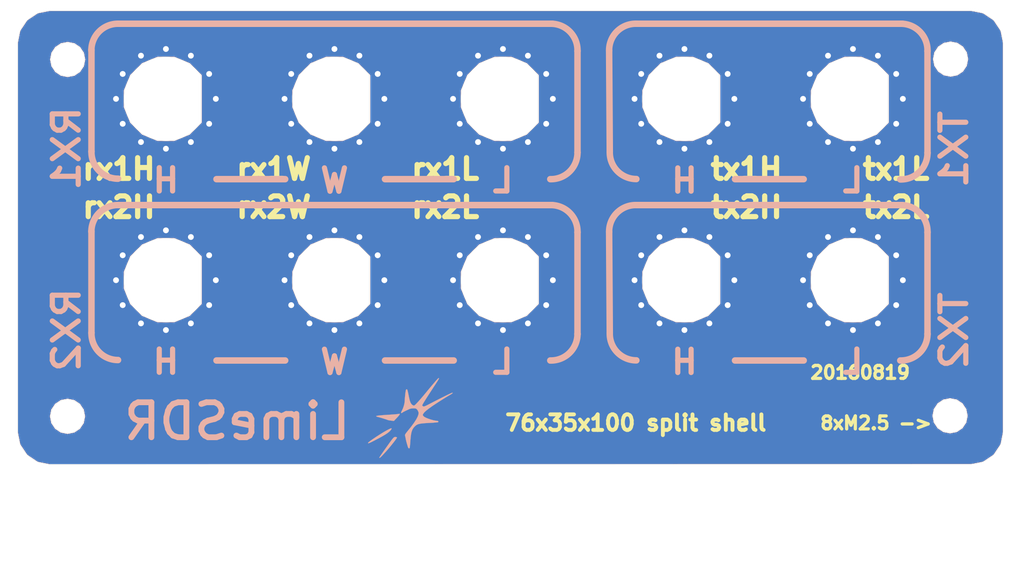
<source format=kicad_pcb>
(kicad_pcb (version 4) (host pcbnew "(2016-07-22 BZR 6991, Git 146a78a)-product")

  (general
    (links 119)
    (no_connects 0)
    (area 24.25 92.096854 103.250001 139.489065)
    (thickness 1.6)
    (drawings 198)
    (tracks 0)
    (zones 0)
    (modules 11)
    (nets 2)
  )

  (page A4)
  (layers
    (0 F.Cu signal)
    (31 B.Cu signal)
    (32 B.Adhes user)
    (33 F.Adhes user)
    (34 B.Paste user)
    (35 F.Paste user)
    (36 B.SilkS user)
    (37 F.SilkS user)
    (38 B.Mask user)
    (39 F.Mask user)
    (40 Dwgs.User user)
    (41 Cmts.User user)
    (42 Eco1.User user)
    (43 Eco2.User user)
    (44 Edge.Cuts user)
    (45 Margin user)
    (46 B.CrtYd user)
    (47 F.CrtYd user)
    (48 B.Fab user)
    (49 F.Fab user)
  )

  (setup
    (last_trace_width 0.25)
    (trace_clearance 0.2)
    (zone_clearance 0)
    (zone_45_only yes)
    (trace_min 0.2)
    (segment_width 0.2)
    (edge_width 0.02)
    (via_size 0.8)
    (via_drill 0.4)
    (via_min_size 0.4)
    (via_min_drill 0.3)
    (uvia_size 0.3)
    (uvia_drill 0.1)
    (uvias_allowed no)
    (uvia_min_size 0.2)
    (uvia_min_drill 0.1)
    (pcb_text_width 0.3)
    (pcb_text_size 1.5 1.5)
    (mod_edge_width 0.15)
    (mod_text_size 1 1)
    (mod_text_width 0.15)
    (pad_size 0.8 0.8)
    (pad_drill 0.45)
    (pad_to_mask_clearance 0)
    (aux_axis_origin 24.25 92.1)
    (grid_origin 24.25 92.1)
    (visible_elements 7FFFFFFF)
    (pcbplotparams
      (layerselection 0x010f0_ffffffff)
      (usegerberextensions true)
      (excludeedgelayer true)
      (linewidth 0.150000)
      (plotframeref false)
      (viasonmask false)
      (mode 1)
      (useauxorigin true)
      (hpglpennumber 1)
      (hpglpenspeed 20)
      (hpglpendiameter 15)
      (psnegative false)
      (psa4output false)
      (plotreference false)
      (plotvalue false)
      (plotinvisibletext false)
      (padsonsilk false)
      (subtractmaskfromsilk true)
      (outputformat 1)
      (mirror false)
      (drillshape 0)
      (scaleselection 1)
      (outputdirectory Gerber/20160819_front_panel/))
  )

  (net 0 "")
  (net 1 GND)

  (net_class Default "This is the default net class."
    (clearance 0.2)
    (trace_width 0.25)
    (via_dia 0.8)
    (via_drill 0.4)
    (uvia_dia 0.3)
    (uvia_drill 0.1)
    (add_net GND)
  )

  (module Ohisja:SMA_test1 (layer B.Cu) (tedit 57AB487E) (tstamp 57ABA22E)
    (at 90.05 113.73 180)
    (fp_text reference REF** (at 0 -7.7 180) (layer Dwgs.User)
      (effects (font (size 1 1) (thickness 0.15)))
    )
    (fp_text value 2 (at 0 -6.7 180) (layer B.Fab)
      (effects (font (size 1 1) (thickness 0.15)) (justify mirror))
    )
    (fp_circle (center 0 0) (end 2.66 0) (layer B.Mask) (width 3))
    (fp_arc (start 0 0) (end -2.7 1.81) (angle -292.3265473) (layer Edge.Cuts) (width 0.02))
    (fp_circle (center 0 0) (end 6.25 0) (layer Dwgs.User) (width 0.15))
    (fp_line (start 0.2 -0.2) (end -0.2 0.2) (layer Dwgs.User) (width 0.15))
    (fp_line (start -0.2 -0.2) (end 0.2 0.2) (layer Dwgs.User) (width 0.15))
    (fp_line (start 4 -2.1) (end 4 2.1) (layer Dwgs.User) (width 0.15))
    (fp_line (start 0 -4.5) (end 4 -2.1) (layer Dwgs.User) (width 0.15))
    (fp_line (start -4 -2.1) (end 0 -4.5) (layer Dwgs.User) (width 0.15))
    (fp_line (start -4 2.1) (end -4 -2.1) (layer Dwgs.User) (width 0.15))
    (fp_line (start 0 4.5) (end -4 2.1) (layer Dwgs.User) (width 0.15))
    (fp_line (start 4 2.1) (end 0 4.5) (layer Dwgs.User) (width 0.15))
    (fp_line (start -2.7 1.81) (end -2.7 -1.81) (layer Edge.Cuts) (width 0.02))
    (fp_circle (center 0 0) (end 4.5 0) (layer Dwgs.User) (width 0.15))
    (fp_circle (center 0 0) (end 3.25 0) (layer Dwgs.User) (width 0.15))
    (fp_line (start -2.93 1.84) (end -2.93 -1.85) (layer B.Mask) (width 0.7))
    (fp_circle (center 0 0) (end 3.83 0) (layer B.Mask) (width 1.35))
    (fp_line (start -2.92 1.98) (end -2.92 -1.99) (layer F.Mask) (width 0.7))
    (fp_circle (center 0 0) (end 3.83 0) (layer F.Mask) (width 1.35))
    (fp_circle (center 0 0) (end 2.66 0) (layer F.Mask) (width 3))
    (pad 1 thru_hole circle (at 3.85 0 270) (size 0.8 0.8) (drill 0.45) (layers *.Cu)
      (net 1 GND))
    (pad 1 thru_hole circle (at 3.334198 1.925 240) (size 0.8 0.8) (drill 0.45) (layers *.Cu)
      (net 1 GND))
    (pad 1 thru_hole circle (at 1.925 3.334198 210) (size 0.8 0.8) (drill 0.45) (layers *.Cu)
      (net 1 GND))
    (pad 1 thru_hole circle (at 0 3.85 180) (size 0.8 0.8) (drill 0.45) (layers *.Cu)
      (net 1 GND))
    (pad 1 thru_hole circle (at -1.925 3.334198 150) (size 0.8 0.8) (drill 0.45) (layers *.Cu)
      (net 1 GND))
    (pad 1 thru_hole circle (at -3.334198 1.925 120) (size 0.8 0.8) (drill 0.45) (layers *.Cu)
      (net 1 GND))
    (pad 1 thru_hole circle (at -3.85 0 90) (size 0.8 0.8) (drill 0.45) (layers *.Cu)
      (net 1 GND))
    (pad 1 thru_hole circle (at -3.334198 -1.925 60) (size 0.8 0.8) (drill 0.45) (layers *.Cu)
      (net 1 GND))
    (pad 1 thru_hole circle (at -1.925 -3.334198 30) (size 0.8 0.8) (drill 0.45) (layers *.Cu)
      (net 1 GND))
    (pad 1 thru_hole circle (at 0 -3.85) (size 0.8 0.8) (drill 0.45) (layers *.Cu)
      (net 1 GND))
    (pad 1 thru_hole circle (at 1.925 -3.334198 330) (size 0.8 0.8) (drill 0.45) (layers *.Cu)
      (net 1 GND))
    (pad 1 thru_hole circle (at 3.334198 -1.925 300) (size 0.8 0.8) (drill 0.45) (layers *.Cu)
      (net 1 GND))
    (model D:/Dropbox/Projekti/Ohisja/sma.wrl
      (at (xyz 0 -0.02559055118110237 -0.1377952755905512))
      (scale (xyz 0.3937 0.3937 0.3937))
      (rotate (xyz 0 0 0))
    )
  )

  (module Ohisja:SMA_test1 (layer B.Cu) (tedit 57AB487E) (tstamp 57ABA20C)
    (at 77.05 113.73 180)
    (fp_text reference REF** (at 0 -7.7 180) (layer Dwgs.User)
      (effects (font (size 1 1) (thickness 0.15)))
    )
    (fp_text value 2 (at 0 -6.7 180) (layer B.Fab)
      (effects (font (size 1 1) (thickness 0.15)) (justify mirror))
    )
    (fp_circle (center 0 0) (end 2.66 0) (layer B.Mask) (width 3))
    (fp_arc (start 0 0) (end -2.7 1.81) (angle -292.3265473) (layer Edge.Cuts) (width 0.02))
    (fp_circle (center 0 0) (end 6.25 0) (layer Dwgs.User) (width 0.15))
    (fp_line (start 0.2 -0.2) (end -0.2 0.2) (layer Dwgs.User) (width 0.15))
    (fp_line (start -0.2 -0.2) (end 0.2 0.2) (layer Dwgs.User) (width 0.15))
    (fp_line (start 4 -2.1) (end 4 2.1) (layer Dwgs.User) (width 0.15))
    (fp_line (start 0 -4.5) (end 4 -2.1) (layer Dwgs.User) (width 0.15))
    (fp_line (start -4 -2.1) (end 0 -4.5) (layer Dwgs.User) (width 0.15))
    (fp_line (start -4 2.1) (end -4 -2.1) (layer Dwgs.User) (width 0.15))
    (fp_line (start 0 4.5) (end -4 2.1) (layer Dwgs.User) (width 0.15))
    (fp_line (start 4 2.1) (end 0 4.5) (layer Dwgs.User) (width 0.15))
    (fp_line (start -2.7 1.81) (end -2.7 -1.81) (layer Edge.Cuts) (width 0.02))
    (fp_circle (center 0 0) (end 4.5 0) (layer Dwgs.User) (width 0.15))
    (fp_circle (center 0 0) (end 3.25 0) (layer Dwgs.User) (width 0.15))
    (fp_line (start -2.93 1.84) (end -2.93 -1.85) (layer B.Mask) (width 0.7))
    (fp_circle (center 0 0) (end 3.83 0) (layer B.Mask) (width 1.35))
    (fp_line (start -2.92 1.98) (end -2.92 -1.99) (layer F.Mask) (width 0.7))
    (fp_circle (center 0 0) (end 3.83 0) (layer F.Mask) (width 1.35))
    (fp_circle (center 0 0) (end 2.66 0) (layer F.Mask) (width 3))
    (pad 1 thru_hole circle (at 3.85 0 270) (size 0.8 0.8) (drill 0.45) (layers *.Cu)
      (net 1 GND))
    (pad 1 thru_hole circle (at 3.334198 1.925 240) (size 0.8 0.8) (drill 0.45) (layers *.Cu)
      (net 1 GND))
    (pad 1 thru_hole circle (at 1.925 3.334198 210) (size 0.8 0.8) (drill 0.45) (layers *.Cu)
      (net 1 GND))
    (pad 1 thru_hole circle (at 0 3.85 180) (size 0.8 0.8) (drill 0.45) (layers *.Cu)
      (net 1 GND))
    (pad 1 thru_hole circle (at -1.925 3.334198 150) (size 0.8 0.8) (drill 0.45) (layers *.Cu)
      (net 1 GND))
    (pad 1 thru_hole circle (at -3.334198 1.925 120) (size 0.8 0.8) (drill 0.45) (layers *.Cu)
      (net 1 GND))
    (pad 1 thru_hole circle (at -3.85 0 90) (size 0.8 0.8) (drill 0.45) (layers *.Cu)
      (net 1 GND))
    (pad 1 thru_hole circle (at -3.334198 -1.925 60) (size 0.8 0.8) (drill 0.45) (layers *.Cu)
      (net 1 GND))
    (pad 1 thru_hole circle (at -1.925 -3.334198 30) (size 0.8 0.8) (drill 0.45) (layers *.Cu)
      (net 1 GND))
    (pad 1 thru_hole circle (at 0 -3.85) (size 0.8 0.8) (drill 0.45) (layers *.Cu)
      (net 1 GND))
    (pad 1 thru_hole circle (at 1.925 -3.334198 330) (size 0.8 0.8) (drill 0.45) (layers *.Cu)
      (net 1 GND))
    (pad 1 thru_hole circle (at 3.334198 -1.925 300) (size 0.8 0.8) (drill 0.45) (layers *.Cu)
      (net 1 GND))
    (model D:/Dropbox/Projekti/Ohisja/sma.wrl
      (at (xyz 0 -0.02559055118110237 -0.1377952755905512))
      (scale (xyz 0.3937 0.3937 0.3937))
      (rotate (xyz 0 0 0))
    )
  )

  (module Ohisja:SMA_test1 (layer B.Cu) (tedit 57AB487E) (tstamp 57ABA1EA)
    (at 90.05 99.73 180)
    (fp_text reference REF** (at 0 -7.7 180) (layer Dwgs.User)
      (effects (font (size 1 1) (thickness 0.15)))
    )
    (fp_text value 2 (at 0 -6.7 180) (layer B.Fab)
      (effects (font (size 1 1) (thickness 0.15)) (justify mirror))
    )
    (fp_circle (center 0 0) (end 2.66 0) (layer B.Mask) (width 3))
    (fp_arc (start 0 0) (end -2.7 1.81) (angle -292.3265473) (layer Edge.Cuts) (width 0.02))
    (fp_circle (center 0 0) (end 6.25 0) (layer Dwgs.User) (width 0.15))
    (fp_line (start 0.2 -0.2) (end -0.2 0.2) (layer Dwgs.User) (width 0.15))
    (fp_line (start -0.2 -0.2) (end 0.2 0.2) (layer Dwgs.User) (width 0.15))
    (fp_line (start 4 -2.1) (end 4 2.1) (layer Dwgs.User) (width 0.15))
    (fp_line (start 0 -4.5) (end 4 -2.1) (layer Dwgs.User) (width 0.15))
    (fp_line (start -4 -2.1) (end 0 -4.5) (layer Dwgs.User) (width 0.15))
    (fp_line (start -4 2.1) (end -4 -2.1) (layer Dwgs.User) (width 0.15))
    (fp_line (start 0 4.5) (end -4 2.1) (layer Dwgs.User) (width 0.15))
    (fp_line (start 4 2.1) (end 0 4.5) (layer Dwgs.User) (width 0.15))
    (fp_line (start -2.7 1.81) (end -2.7 -1.81) (layer Edge.Cuts) (width 0.02))
    (fp_circle (center 0 0) (end 4.5 0) (layer Dwgs.User) (width 0.15))
    (fp_circle (center 0 0) (end 3.25 0) (layer Dwgs.User) (width 0.15))
    (fp_line (start -2.93 1.84) (end -2.93 -1.85) (layer B.Mask) (width 0.7))
    (fp_circle (center 0 0) (end 3.83 0) (layer B.Mask) (width 1.35))
    (fp_line (start -2.92 1.98) (end -2.92 -1.99) (layer F.Mask) (width 0.7))
    (fp_circle (center 0 0) (end 3.83 0) (layer F.Mask) (width 1.35))
    (fp_circle (center 0 0) (end 2.66 0) (layer F.Mask) (width 3))
    (pad 1 thru_hole circle (at 3.85 0 270) (size 0.8 0.8) (drill 0.45) (layers *.Cu)
      (net 1 GND))
    (pad 1 thru_hole circle (at 3.334198 1.925 240) (size 0.8 0.8) (drill 0.45) (layers *.Cu)
      (net 1 GND))
    (pad 1 thru_hole circle (at 1.925 3.334198 210) (size 0.8 0.8) (drill 0.45) (layers *.Cu)
      (net 1 GND))
    (pad 1 thru_hole circle (at 0 3.85 180) (size 0.8 0.8) (drill 0.45) (layers *.Cu)
      (net 1 GND))
    (pad 1 thru_hole circle (at -1.925 3.334198 150) (size 0.8 0.8) (drill 0.45) (layers *.Cu)
      (net 1 GND))
    (pad 1 thru_hole circle (at -3.334198 1.925 120) (size 0.8 0.8) (drill 0.45) (layers *.Cu)
      (net 1 GND))
    (pad 1 thru_hole circle (at -3.85 0 90) (size 0.8 0.8) (drill 0.45) (layers *.Cu)
      (net 1 GND))
    (pad 1 thru_hole circle (at -3.334198 -1.925 60) (size 0.8 0.8) (drill 0.45) (layers *.Cu)
      (net 1 GND))
    (pad 1 thru_hole circle (at -1.925 -3.334198 30) (size 0.8 0.8) (drill 0.45) (layers *.Cu)
      (net 1 GND))
    (pad 1 thru_hole circle (at 0 -3.85) (size 0.8 0.8) (drill 0.45) (layers *.Cu)
      (net 1 GND))
    (pad 1 thru_hole circle (at 1.925 -3.334198 330) (size 0.8 0.8) (drill 0.45) (layers *.Cu)
      (net 1 GND))
    (pad 1 thru_hole circle (at 3.334198 -1.925 300) (size 0.8 0.8) (drill 0.45) (layers *.Cu)
      (net 1 GND))
    (model D:/Dropbox/Projekti/Ohisja/sma.wrl
      (at (xyz 0 -0.02559055118110237 -0.1377952755905512))
      (scale (xyz 0.3937 0.3937 0.3937))
      (rotate (xyz 0 0 0))
    )
  )

  (module Ohisja:SMA_test1 (layer B.Cu) (tedit 57AB487E) (tstamp 57ABA1AE)
    (at 77.05 99.73 180)
    (fp_text reference REF** (at 0 -7.7 180) (layer Dwgs.User)
      (effects (font (size 1 1) (thickness 0.15)))
    )
    (fp_text value 2 (at 0 -6.7 180) (layer B.Fab)
      (effects (font (size 1 1) (thickness 0.15)) (justify mirror))
    )
    (fp_circle (center 0 0) (end 2.66 0) (layer B.Mask) (width 3))
    (fp_arc (start 0 0) (end -2.7 1.81) (angle -292.3265473) (layer Edge.Cuts) (width 0.02))
    (fp_circle (center 0 0) (end 6.25 0) (layer Dwgs.User) (width 0.15))
    (fp_line (start 0.2 -0.2) (end -0.2 0.2) (layer Dwgs.User) (width 0.15))
    (fp_line (start -0.2 -0.2) (end 0.2 0.2) (layer Dwgs.User) (width 0.15))
    (fp_line (start 4 -2.1) (end 4 2.1) (layer Dwgs.User) (width 0.15))
    (fp_line (start 0 -4.5) (end 4 -2.1) (layer Dwgs.User) (width 0.15))
    (fp_line (start -4 -2.1) (end 0 -4.5) (layer Dwgs.User) (width 0.15))
    (fp_line (start -4 2.1) (end -4 -2.1) (layer Dwgs.User) (width 0.15))
    (fp_line (start 0 4.5) (end -4 2.1) (layer Dwgs.User) (width 0.15))
    (fp_line (start 4 2.1) (end 0 4.5) (layer Dwgs.User) (width 0.15))
    (fp_line (start -2.7 1.81) (end -2.7 -1.81) (layer Edge.Cuts) (width 0.02))
    (fp_circle (center 0 0) (end 4.5 0) (layer Dwgs.User) (width 0.15))
    (fp_circle (center 0 0) (end 3.25 0) (layer Dwgs.User) (width 0.15))
    (fp_line (start -2.93 1.84) (end -2.93 -1.85) (layer B.Mask) (width 0.7))
    (fp_circle (center 0 0) (end 3.83 0) (layer B.Mask) (width 1.35))
    (fp_line (start -2.92 1.98) (end -2.92 -1.99) (layer F.Mask) (width 0.7))
    (fp_circle (center 0 0) (end 3.83 0) (layer F.Mask) (width 1.35))
    (fp_circle (center 0 0) (end 2.66 0) (layer F.Mask) (width 3))
    (pad 1 thru_hole circle (at 3.85 0 270) (size 0.8 0.8) (drill 0.45) (layers *.Cu)
      (net 1 GND))
    (pad 1 thru_hole circle (at 3.334198 1.925 240) (size 0.8 0.8) (drill 0.45) (layers *.Cu)
      (net 1 GND))
    (pad 1 thru_hole circle (at 1.925 3.334198 210) (size 0.8 0.8) (drill 0.45) (layers *.Cu)
      (net 1 GND))
    (pad 1 thru_hole circle (at 0 3.85 180) (size 0.8 0.8) (drill 0.45) (layers *.Cu)
      (net 1 GND))
    (pad 1 thru_hole circle (at -1.925 3.334198 150) (size 0.8 0.8) (drill 0.45) (layers *.Cu)
      (net 1 GND))
    (pad 1 thru_hole circle (at -3.334198 1.925 120) (size 0.8 0.8) (drill 0.45) (layers *.Cu)
      (net 1 GND))
    (pad 1 thru_hole circle (at -3.85 0 90) (size 0.8 0.8) (drill 0.45) (layers *.Cu)
      (net 1 GND))
    (pad 1 thru_hole circle (at -3.334198 -1.925 60) (size 0.8 0.8) (drill 0.45) (layers *.Cu)
      (net 1 GND))
    (pad 1 thru_hole circle (at -1.925 -3.334198 30) (size 0.8 0.8) (drill 0.45) (layers *.Cu)
      (net 1 GND))
    (pad 1 thru_hole circle (at 0 -3.85) (size 0.8 0.8) (drill 0.45) (layers *.Cu)
      (net 1 GND))
    (pad 1 thru_hole circle (at 1.925 -3.334198 330) (size 0.8 0.8) (drill 0.45) (layers *.Cu)
      (net 1 GND))
    (pad 1 thru_hole circle (at 3.334198 -1.925 300) (size 0.8 0.8) (drill 0.45) (layers *.Cu)
      (net 1 GND))
    (model D:/Dropbox/Projekti/Ohisja/sma.wrl
      (at (xyz 0 -0.02559055118110237 -0.1377952755905512))
      (scale (xyz 0.3937 0.3937 0.3937))
      (rotate (xyz 0 0 0))
    )
  )

  (module Ohisja:SMA_test1 (layer B.Cu) (tedit 57AB487E) (tstamp 57AB9FF5)
    (at 63.05 113.73 180)
    (fp_text reference REF** (at 0 -7.7 180) (layer Dwgs.User)
      (effects (font (size 1 1) (thickness 0.15)))
    )
    (fp_text value 2 (at 0 -6.7 180) (layer B.Fab)
      (effects (font (size 1 1) (thickness 0.15)) (justify mirror))
    )
    (fp_circle (center 0 0) (end 2.66 0) (layer B.Mask) (width 3))
    (fp_arc (start 0 0) (end -2.7 1.81) (angle -292.3265473) (layer Edge.Cuts) (width 0.02))
    (fp_circle (center 0 0) (end 6.25 0) (layer Dwgs.User) (width 0.15))
    (fp_line (start 0.2 -0.2) (end -0.2 0.2) (layer Dwgs.User) (width 0.15))
    (fp_line (start -0.2 -0.2) (end 0.2 0.2) (layer Dwgs.User) (width 0.15))
    (fp_line (start 4 -2.1) (end 4 2.1) (layer Dwgs.User) (width 0.15))
    (fp_line (start 0 -4.5) (end 4 -2.1) (layer Dwgs.User) (width 0.15))
    (fp_line (start -4 -2.1) (end 0 -4.5) (layer Dwgs.User) (width 0.15))
    (fp_line (start -4 2.1) (end -4 -2.1) (layer Dwgs.User) (width 0.15))
    (fp_line (start 0 4.5) (end -4 2.1) (layer Dwgs.User) (width 0.15))
    (fp_line (start 4 2.1) (end 0 4.5) (layer Dwgs.User) (width 0.15))
    (fp_line (start -2.7 1.81) (end -2.7 -1.81) (layer Edge.Cuts) (width 0.02))
    (fp_circle (center 0 0) (end 4.5 0) (layer Dwgs.User) (width 0.15))
    (fp_circle (center 0 0) (end 3.25 0) (layer Dwgs.User) (width 0.15))
    (fp_line (start -2.93 1.84) (end -2.93 -1.85) (layer B.Mask) (width 0.7))
    (fp_circle (center 0 0) (end 3.83 0) (layer B.Mask) (width 1.35))
    (fp_line (start -2.92 1.98) (end -2.92 -1.99) (layer F.Mask) (width 0.7))
    (fp_circle (center 0 0) (end 3.83 0) (layer F.Mask) (width 1.35))
    (fp_circle (center 0 0) (end 2.66 0) (layer F.Mask) (width 3))
    (pad 1 thru_hole circle (at 3.85 0 270) (size 0.8 0.8) (drill 0.45) (layers *.Cu)
      (net 1 GND))
    (pad 1 thru_hole circle (at 3.334198 1.925 240) (size 0.8 0.8) (drill 0.45) (layers *.Cu)
      (net 1 GND))
    (pad 1 thru_hole circle (at 1.925 3.334198 210) (size 0.8 0.8) (drill 0.45) (layers *.Cu)
      (net 1 GND))
    (pad 1 thru_hole circle (at 0 3.85 180) (size 0.8 0.8) (drill 0.45) (layers *.Cu)
      (net 1 GND))
    (pad 1 thru_hole circle (at -1.925 3.334198 150) (size 0.8 0.8) (drill 0.45) (layers *.Cu)
      (net 1 GND))
    (pad 1 thru_hole circle (at -3.334198 1.925 120) (size 0.8 0.8) (drill 0.45) (layers *.Cu)
      (net 1 GND))
    (pad 1 thru_hole circle (at -3.85 0 90) (size 0.8 0.8) (drill 0.45) (layers *.Cu)
      (net 1 GND))
    (pad 1 thru_hole circle (at -3.334198 -1.925 60) (size 0.8 0.8) (drill 0.45) (layers *.Cu)
      (net 1 GND))
    (pad 1 thru_hole circle (at -1.925 -3.334198 30) (size 0.8 0.8) (drill 0.45) (layers *.Cu)
      (net 1 GND))
    (pad 1 thru_hole circle (at 0 -3.85) (size 0.8 0.8) (drill 0.45) (layers *.Cu)
      (net 1 GND))
    (pad 1 thru_hole circle (at 1.925 -3.334198 330) (size 0.8 0.8) (drill 0.45) (layers *.Cu)
      (net 1 GND))
    (pad 1 thru_hole circle (at 3.334198 -1.925 300) (size 0.8 0.8) (drill 0.45) (layers *.Cu)
      (net 1 GND))
    (model D:/Dropbox/Projekti/Ohisja/sma.wrl
      (at (xyz 0 -0.02559055118110237 -0.1377952755905512))
      (scale (xyz 0.3937 0.3937 0.3937))
      (rotate (xyz 0 0 0))
    )
  )

  (module Ohisja:SMA_test1 (layer B.Cu) (tedit 57AB487E) (tstamp 57AB9FD3)
    (at 50.05 113.73 180)
    (fp_text reference REF** (at 0 -7.7 180) (layer Dwgs.User)
      (effects (font (size 1 1) (thickness 0.15)))
    )
    (fp_text value 2 (at 0 -6.7 180) (layer B.Fab)
      (effects (font (size 1 1) (thickness 0.15)) (justify mirror))
    )
    (fp_circle (center 0 0) (end 2.66 0) (layer B.Mask) (width 3))
    (fp_arc (start 0 0) (end -2.7 1.81) (angle -292.3265473) (layer Edge.Cuts) (width 0.02))
    (fp_circle (center 0 0) (end 6.25 0) (layer Dwgs.User) (width 0.15))
    (fp_line (start 0.2 -0.2) (end -0.2 0.2) (layer Dwgs.User) (width 0.15))
    (fp_line (start -0.2 -0.2) (end 0.2 0.2) (layer Dwgs.User) (width 0.15))
    (fp_line (start 4 -2.1) (end 4 2.1) (layer Dwgs.User) (width 0.15))
    (fp_line (start 0 -4.5) (end 4 -2.1) (layer Dwgs.User) (width 0.15))
    (fp_line (start -4 -2.1) (end 0 -4.5) (layer Dwgs.User) (width 0.15))
    (fp_line (start -4 2.1) (end -4 -2.1) (layer Dwgs.User) (width 0.15))
    (fp_line (start 0 4.5) (end -4 2.1) (layer Dwgs.User) (width 0.15))
    (fp_line (start 4 2.1) (end 0 4.5) (layer Dwgs.User) (width 0.15))
    (fp_line (start -2.7 1.81) (end -2.7 -1.81) (layer Edge.Cuts) (width 0.02))
    (fp_circle (center 0 0) (end 4.5 0) (layer Dwgs.User) (width 0.15))
    (fp_circle (center 0 0) (end 3.25 0) (layer Dwgs.User) (width 0.15))
    (fp_line (start -2.93 1.84) (end -2.93 -1.85) (layer B.Mask) (width 0.7))
    (fp_circle (center 0 0) (end 3.83 0) (layer B.Mask) (width 1.35))
    (fp_line (start -2.92 1.98) (end -2.92 -1.99) (layer F.Mask) (width 0.7))
    (fp_circle (center 0 0) (end 3.83 0) (layer F.Mask) (width 1.35))
    (fp_circle (center 0 0) (end 2.66 0) (layer F.Mask) (width 3))
    (pad 1 thru_hole circle (at 3.85 0 270) (size 0.8 0.8) (drill 0.45) (layers *.Cu)
      (net 1 GND))
    (pad 1 thru_hole circle (at 3.334198 1.925 240) (size 0.8 0.8) (drill 0.45) (layers *.Cu)
      (net 1 GND))
    (pad 1 thru_hole circle (at 1.925 3.334198 210) (size 0.8 0.8) (drill 0.45) (layers *.Cu)
      (net 1 GND))
    (pad 1 thru_hole circle (at 0 3.85 180) (size 0.8 0.8) (drill 0.45) (layers *.Cu)
      (net 1 GND))
    (pad 1 thru_hole circle (at -1.925 3.334198 150) (size 0.8 0.8) (drill 0.45) (layers *.Cu)
      (net 1 GND))
    (pad 1 thru_hole circle (at -3.334198 1.925 120) (size 0.8 0.8) (drill 0.45) (layers *.Cu)
      (net 1 GND))
    (pad 1 thru_hole circle (at -3.85 0 90) (size 0.8 0.8) (drill 0.45) (layers *.Cu)
      (net 1 GND))
    (pad 1 thru_hole circle (at -3.334198 -1.925 60) (size 0.8 0.8) (drill 0.45) (layers *.Cu)
      (net 1 GND))
    (pad 1 thru_hole circle (at -1.925 -3.334198 30) (size 0.8 0.8) (drill 0.45) (layers *.Cu)
      (net 1 GND))
    (pad 1 thru_hole circle (at 0 -3.85) (size 0.8 0.8) (drill 0.45) (layers *.Cu)
      (net 1 GND))
    (pad 1 thru_hole circle (at 1.925 -3.334198 330) (size 0.8 0.8) (drill 0.45) (layers *.Cu)
      (net 1 GND))
    (pad 1 thru_hole circle (at 3.334198 -1.925 300) (size 0.8 0.8) (drill 0.45) (layers *.Cu)
      (net 1 GND))
    (model D:/Dropbox/Projekti/Ohisja/sma.wrl
      (at (xyz 0 -0.02559055118110237 -0.1377952755905512))
      (scale (xyz 0.3937 0.3937 0.3937))
      (rotate (xyz 0 0 0))
    )
  )

  (module Ohisja:SMA_test1 (layer B.Cu) (tedit 57AB487E) (tstamp 57AB9FB1)
    (at 37.05 113.73 180)
    (fp_text reference REF** (at 0 -7.7 180) (layer Dwgs.User)
      (effects (font (size 1 1) (thickness 0.15)))
    )
    (fp_text value 2 (at 0 -6.7 180) (layer B.Fab)
      (effects (font (size 1 1) (thickness 0.15)) (justify mirror))
    )
    (fp_circle (center 0 0) (end 2.66 0) (layer B.Mask) (width 3))
    (fp_arc (start 0 0) (end -2.7 1.81) (angle -292.3265473) (layer Edge.Cuts) (width 0.02))
    (fp_circle (center 0 0) (end 6.25 0) (layer Dwgs.User) (width 0.15))
    (fp_line (start 0.2 -0.2) (end -0.2 0.2) (layer Dwgs.User) (width 0.15))
    (fp_line (start -0.2 -0.2) (end 0.2 0.2) (layer Dwgs.User) (width 0.15))
    (fp_line (start 4 -2.1) (end 4 2.1) (layer Dwgs.User) (width 0.15))
    (fp_line (start 0 -4.5) (end 4 -2.1) (layer Dwgs.User) (width 0.15))
    (fp_line (start -4 -2.1) (end 0 -4.5) (layer Dwgs.User) (width 0.15))
    (fp_line (start -4 2.1) (end -4 -2.1) (layer Dwgs.User) (width 0.15))
    (fp_line (start 0 4.5) (end -4 2.1) (layer Dwgs.User) (width 0.15))
    (fp_line (start 4 2.1) (end 0 4.5) (layer Dwgs.User) (width 0.15))
    (fp_line (start -2.7 1.81) (end -2.7 -1.81) (layer Edge.Cuts) (width 0.02))
    (fp_circle (center 0 0) (end 4.5 0) (layer Dwgs.User) (width 0.15))
    (fp_circle (center 0 0) (end 3.25 0) (layer Dwgs.User) (width 0.15))
    (fp_line (start -2.93 1.84) (end -2.93 -1.85) (layer B.Mask) (width 0.7))
    (fp_circle (center 0 0) (end 3.83 0) (layer B.Mask) (width 1.35))
    (fp_line (start -2.92 1.98) (end -2.92 -1.99) (layer F.Mask) (width 0.7))
    (fp_circle (center 0 0) (end 3.83 0) (layer F.Mask) (width 1.35))
    (fp_circle (center 0 0) (end 2.66 0) (layer F.Mask) (width 3))
    (pad 1 thru_hole circle (at 3.85 0 270) (size 0.8 0.8) (drill 0.45) (layers *.Cu)
      (net 1 GND))
    (pad 1 thru_hole circle (at 3.334198 1.925 240) (size 0.8 0.8) (drill 0.45) (layers *.Cu)
      (net 1 GND))
    (pad 1 thru_hole circle (at 1.925 3.334198 210) (size 0.8 0.8) (drill 0.45) (layers *.Cu)
      (net 1 GND))
    (pad 1 thru_hole circle (at 0 3.85 180) (size 0.8 0.8) (drill 0.45) (layers *.Cu)
      (net 1 GND))
    (pad 1 thru_hole circle (at -1.925 3.334198 150) (size 0.8 0.8) (drill 0.45) (layers *.Cu)
      (net 1 GND))
    (pad 1 thru_hole circle (at -3.334198 1.925 120) (size 0.8 0.8) (drill 0.45) (layers *.Cu)
      (net 1 GND))
    (pad 1 thru_hole circle (at -3.85 0 90) (size 0.8 0.8) (drill 0.45) (layers *.Cu)
      (net 1 GND))
    (pad 1 thru_hole circle (at -3.334198 -1.925 60) (size 0.8 0.8) (drill 0.45) (layers *.Cu)
      (net 1 GND))
    (pad 1 thru_hole circle (at -1.925 -3.334198 30) (size 0.8 0.8) (drill 0.45) (layers *.Cu)
      (net 1 GND))
    (pad 1 thru_hole circle (at 0 -3.85) (size 0.8 0.8) (drill 0.45) (layers *.Cu)
      (net 1 GND))
    (pad 1 thru_hole circle (at 1.925 -3.334198 330) (size 0.8 0.8) (drill 0.45) (layers *.Cu)
      (net 1 GND))
    (pad 1 thru_hole circle (at 3.334198 -1.925 300) (size 0.8 0.8) (drill 0.45) (layers *.Cu)
      (net 1 GND))
    (model D:/Dropbox/Projekti/Ohisja/sma.wrl
      (at (xyz 0 -0.02559055118110237 -0.1377952755905512))
      (scale (xyz 0.3937 0.3937 0.3937))
      (rotate (xyz 0 0 0))
    )
  )

  (module Ohisja:SMA_test1 (layer B.Cu) (tedit 57AB487E) (tstamp 57AB9F8F)
    (at 63.05 99.73 180)
    (fp_text reference REF** (at 0 -7.7 180) (layer Dwgs.User)
      (effects (font (size 1 1) (thickness 0.15)))
    )
    (fp_text value 2 (at 0 -6.7 180) (layer B.Fab)
      (effects (font (size 1 1) (thickness 0.15)) (justify mirror))
    )
    (fp_circle (center 0 0) (end 2.66 0) (layer B.Mask) (width 3))
    (fp_arc (start 0 0) (end -2.7 1.81) (angle -292.3265473) (layer Edge.Cuts) (width 0.02))
    (fp_circle (center 0 0) (end 6.25 0) (layer Dwgs.User) (width 0.15))
    (fp_line (start 0.2 -0.2) (end -0.2 0.2) (layer Dwgs.User) (width 0.15))
    (fp_line (start -0.2 -0.2) (end 0.2 0.2) (layer Dwgs.User) (width 0.15))
    (fp_line (start 4 -2.1) (end 4 2.1) (layer Dwgs.User) (width 0.15))
    (fp_line (start 0 -4.5) (end 4 -2.1) (layer Dwgs.User) (width 0.15))
    (fp_line (start -4 -2.1) (end 0 -4.5) (layer Dwgs.User) (width 0.15))
    (fp_line (start -4 2.1) (end -4 -2.1) (layer Dwgs.User) (width 0.15))
    (fp_line (start 0 4.5) (end -4 2.1) (layer Dwgs.User) (width 0.15))
    (fp_line (start 4 2.1) (end 0 4.5) (layer Dwgs.User) (width 0.15))
    (fp_line (start -2.7 1.81) (end -2.7 -1.81) (layer Edge.Cuts) (width 0.02))
    (fp_circle (center 0 0) (end 4.5 0) (layer Dwgs.User) (width 0.15))
    (fp_circle (center 0 0) (end 3.25 0) (layer Dwgs.User) (width 0.15))
    (fp_line (start -2.93 1.84) (end -2.93 -1.85) (layer B.Mask) (width 0.7))
    (fp_circle (center 0 0) (end 3.83 0) (layer B.Mask) (width 1.35))
    (fp_line (start -2.92 1.98) (end -2.92 -1.99) (layer F.Mask) (width 0.7))
    (fp_circle (center 0 0) (end 3.83 0) (layer F.Mask) (width 1.35))
    (fp_circle (center 0 0) (end 2.66 0) (layer F.Mask) (width 3))
    (pad 1 thru_hole circle (at 3.85 0 270) (size 0.8 0.8) (drill 0.45) (layers *.Cu)
      (net 1 GND))
    (pad 1 thru_hole circle (at 3.334198 1.925 240) (size 0.8 0.8) (drill 0.45) (layers *.Cu)
      (net 1 GND))
    (pad 1 thru_hole circle (at 1.925 3.334198 210) (size 0.8 0.8) (drill 0.45) (layers *.Cu)
      (net 1 GND))
    (pad 1 thru_hole circle (at 0 3.85 180) (size 0.8 0.8) (drill 0.45) (layers *.Cu)
      (net 1 GND))
    (pad 1 thru_hole circle (at -1.925 3.334198 150) (size 0.8 0.8) (drill 0.45) (layers *.Cu)
      (net 1 GND))
    (pad 1 thru_hole circle (at -3.334198 1.925 120) (size 0.8 0.8) (drill 0.45) (layers *.Cu)
      (net 1 GND))
    (pad 1 thru_hole circle (at -3.85 0 90) (size 0.8 0.8) (drill 0.45) (layers *.Cu)
      (net 1 GND))
    (pad 1 thru_hole circle (at -3.334198 -1.925 60) (size 0.8 0.8) (drill 0.45) (layers *.Cu)
      (net 1 GND))
    (pad 1 thru_hole circle (at -1.925 -3.334198 30) (size 0.8 0.8) (drill 0.45) (layers *.Cu)
      (net 1 GND))
    (pad 1 thru_hole circle (at 0 -3.85) (size 0.8 0.8) (drill 0.45) (layers *.Cu)
      (net 1 GND))
    (pad 1 thru_hole circle (at 1.925 -3.334198 330) (size 0.8 0.8) (drill 0.45) (layers *.Cu)
      (net 1 GND))
    (pad 1 thru_hole circle (at 3.334198 -1.925 300) (size 0.8 0.8) (drill 0.45) (layers *.Cu)
      (net 1 GND))
    (model D:/Dropbox/Projekti/Ohisja/sma.wrl
      (at (xyz 0 -0.02559055118110237 -0.1377952755905512))
      (scale (xyz 0.3937 0.3937 0.3937))
      (rotate (xyz 0 0 0))
    )
  )

  (module Ohisja:SMA_test1 (layer B.Cu) (tedit 57AB487E) (tstamp 57AB9F6D)
    (at 50.05 99.73 180)
    (fp_text reference REF** (at 0 -7.7 180) (layer Dwgs.User)
      (effects (font (size 1 1) (thickness 0.15)))
    )
    (fp_text value 2 (at 0 -6.7 180) (layer B.Fab)
      (effects (font (size 1 1) (thickness 0.15)) (justify mirror))
    )
    (fp_circle (center 0 0) (end 2.66 0) (layer B.Mask) (width 3))
    (fp_arc (start 0 0) (end -2.7 1.81) (angle -292.3265473) (layer Edge.Cuts) (width 0.02))
    (fp_circle (center 0 0) (end 6.25 0) (layer Dwgs.User) (width 0.15))
    (fp_line (start 0.2 -0.2) (end -0.2 0.2) (layer Dwgs.User) (width 0.15))
    (fp_line (start -0.2 -0.2) (end 0.2 0.2) (layer Dwgs.User) (width 0.15))
    (fp_line (start 4 -2.1) (end 4 2.1) (layer Dwgs.User) (width 0.15))
    (fp_line (start 0 -4.5) (end 4 -2.1) (layer Dwgs.User) (width 0.15))
    (fp_line (start -4 -2.1) (end 0 -4.5) (layer Dwgs.User) (width 0.15))
    (fp_line (start -4 2.1) (end -4 -2.1) (layer Dwgs.User) (width 0.15))
    (fp_line (start 0 4.5) (end -4 2.1) (layer Dwgs.User) (width 0.15))
    (fp_line (start 4 2.1) (end 0 4.5) (layer Dwgs.User) (width 0.15))
    (fp_line (start -2.7 1.81) (end -2.7 -1.81) (layer Edge.Cuts) (width 0.02))
    (fp_circle (center 0 0) (end 4.5 0) (layer Dwgs.User) (width 0.15))
    (fp_circle (center 0 0) (end 3.25 0) (layer Dwgs.User) (width 0.15))
    (fp_line (start -2.93 1.84) (end -2.93 -1.85) (layer B.Mask) (width 0.7))
    (fp_circle (center 0 0) (end 3.83 0) (layer B.Mask) (width 1.35))
    (fp_line (start -2.92 1.98) (end -2.92 -1.99) (layer F.Mask) (width 0.7))
    (fp_circle (center 0 0) (end 3.83 0) (layer F.Mask) (width 1.35))
    (fp_circle (center 0 0) (end 2.66 0) (layer F.Mask) (width 3))
    (pad 1 thru_hole circle (at 3.85 0 270) (size 0.8 0.8) (drill 0.45) (layers *.Cu)
      (net 1 GND))
    (pad 1 thru_hole circle (at 3.334198 1.925 240) (size 0.8 0.8) (drill 0.45) (layers *.Cu)
      (net 1 GND))
    (pad 1 thru_hole circle (at 1.925 3.334198 210) (size 0.8 0.8) (drill 0.45) (layers *.Cu)
      (net 1 GND))
    (pad 1 thru_hole circle (at 0 3.85 180) (size 0.8 0.8) (drill 0.45) (layers *.Cu)
      (net 1 GND))
    (pad 1 thru_hole circle (at -1.925 3.334198 150) (size 0.8 0.8) (drill 0.45) (layers *.Cu)
      (net 1 GND))
    (pad 1 thru_hole circle (at -3.334198 1.925 120) (size 0.8 0.8) (drill 0.45) (layers *.Cu)
      (net 1 GND))
    (pad 1 thru_hole circle (at -3.85 0 90) (size 0.8 0.8) (drill 0.45) (layers *.Cu)
      (net 1 GND))
    (pad 1 thru_hole circle (at -3.334198 -1.925 60) (size 0.8 0.8) (drill 0.45) (layers *.Cu)
      (net 1 GND))
    (pad 1 thru_hole circle (at -1.925 -3.334198 30) (size 0.8 0.8) (drill 0.45) (layers *.Cu)
      (net 1 GND))
    (pad 1 thru_hole circle (at 0 -3.85) (size 0.8 0.8) (drill 0.45) (layers *.Cu)
      (net 1 GND))
    (pad 1 thru_hole circle (at 1.925 -3.334198 330) (size 0.8 0.8) (drill 0.45) (layers *.Cu)
      (net 1 GND))
    (pad 1 thru_hole circle (at 3.334198 -1.925 300) (size 0.8 0.8) (drill 0.45) (layers *.Cu)
      (net 1 GND))
    (model D:/Dropbox/Projekti/Ohisja/sma.wrl
      (at (xyz 0 -0.02559055118110237 -0.1377952755905512))
      (scale (xyz 0.3937 0.3937 0.3937))
      (rotate (xyz 0 0 0))
    )
  )

  (module Ohisja:SMA_test1 (layer B.Cu) (tedit 57AB487E) (tstamp 57AB9EC0)
    (at 37.05 99.73 180)
    (fp_text reference REF** (at 0 -7.7 180) (layer Dwgs.User)
      (effects (font (size 1 1) (thickness 0.15)))
    )
    (fp_text value 2 (at 0 -6.7 180) (layer B.Fab)
      (effects (font (size 1 1) (thickness 0.15)) (justify mirror))
    )
    (fp_circle (center 0 0) (end 2.66 0) (layer B.Mask) (width 3))
    (fp_arc (start 0 0) (end -2.7 1.81) (angle -292.3265473) (layer Edge.Cuts) (width 0.02))
    (fp_circle (center 0 0) (end 6.25 0) (layer Dwgs.User) (width 0.15))
    (fp_line (start 0.2 -0.2) (end -0.2 0.2) (layer Dwgs.User) (width 0.15))
    (fp_line (start -0.2 -0.2) (end 0.2 0.2) (layer Dwgs.User) (width 0.15))
    (fp_line (start 4 -2.1) (end 4 2.1) (layer Dwgs.User) (width 0.15))
    (fp_line (start 0 -4.5) (end 4 -2.1) (layer Dwgs.User) (width 0.15))
    (fp_line (start -4 -2.1) (end 0 -4.5) (layer Dwgs.User) (width 0.15))
    (fp_line (start -4 2.1) (end -4 -2.1) (layer Dwgs.User) (width 0.15))
    (fp_line (start 0 4.5) (end -4 2.1) (layer Dwgs.User) (width 0.15))
    (fp_line (start 4 2.1) (end 0 4.5) (layer Dwgs.User) (width 0.15))
    (fp_line (start -2.7 1.81) (end -2.7 -1.81) (layer Edge.Cuts) (width 0.02))
    (fp_circle (center 0 0) (end 4.5 0) (layer Dwgs.User) (width 0.15))
    (fp_circle (center 0 0) (end 3.25 0) (layer Dwgs.User) (width 0.15))
    (fp_line (start -2.93 1.84) (end -2.93 -1.85) (layer B.Mask) (width 0.7))
    (fp_circle (center 0 0) (end 3.83 0) (layer B.Mask) (width 1.35))
    (fp_line (start -2.92 1.98) (end -2.92 -1.99) (layer F.Mask) (width 0.7))
    (fp_circle (center 0 0) (end 3.83 0) (layer F.Mask) (width 1.35))
    (fp_circle (center 0 0) (end 2.66 0) (layer F.Mask) (width 3))
    (pad 1 thru_hole circle (at 3.85 0 270) (size 0.8 0.8) (drill 0.45) (layers *.Cu)
      (net 1 GND))
    (pad 1 thru_hole circle (at 3.334198 1.925 240) (size 0.8 0.8) (drill 0.45) (layers *.Cu)
      (net 1 GND))
    (pad 1 thru_hole circle (at 1.925 3.334198 210) (size 0.8 0.8) (drill 0.45) (layers *.Cu)
      (net 1 GND))
    (pad 1 thru_hole circle (at 0 3.85 180) (size 0.8 0.8) (drill 0.45) (layers *.Cu)
      (net 1 GND))
    (pad 1 thru_hole circle (at -1.925 3.334198 150) (size 0.8 0.8) (drill 0.45) (layers *.Cu)
      (net 1 GND))
    (pad 1 thru_hole circle (at -3.334198 1.925 120) (size 0.8 0.8) (drill 0.45) (layers *.Cu)
      (net 1 GND))
    (pad 1 thru_hole circle (at -3.85 0 90) (size 0.8 0.8) (drill 0.45) (layers *.Cu)
      (net 1 GND))
    (pad 1 thru_hole circle (at -3.334198 -1.925 60) (size 0.8 0.8) (drill 0.45) (layers *.Cu)
      (net 1 GND))
    (pad 1 thru_hole circle (at -1.925 -3.334198 30) (size 0.8 0.8) (drill 0.45) (layers *.Cu)
      (net 1 GND))
    (pad 1 thru_hole circle (at 0 -3.85) (size 0.8 0.8) (drill 0.45) (layers *.Cu)
      (net 1 GND))
    (pad 1 thru_hole circle (at 1.925 -3.334198 330) (size 0.8 0.8) (drill 0.45) (layers *.Cu)
      (net 1 GND))
    (pad 1 thru_hole circle (at 3.334198 -1.925 300) (size 0.8 0.8) (drill 0.45) (layers *.Cu)
      (net 1 GND))
    (model D:/Dropbox/Projekti/Ohisja/sma.wrl
      (at (xyz 0 -0.02559055118110237 -0.1377952755905512))
      (scale (xyz 0.3937 0.3937 0.3937))
      (rotate (xyz 0 0 0))
    )
  )

  (module Ohisja:Lime_logo (layer B.Cu) (tedit 0) (tstamp 57670360)
    (at 55.65 124.33 180)
    (fp_text reference G*** (at 5.1 -7.45 180) (layer B.SilkS) hide
      (effects (font (thickness 0.3)) (justify mirror))
    )
    (fp_text value LOGO (at 5.25 -7.55 180) (layer B.SilkS) hide
      (effects (font (thickness 0.3)) (justify mirror))
    )
    (fp_poly (pts (xy 0.945957 -1.508197) (xy 0.982519 -1.519661) (xy 1.023131 -1.546913) (xy 1.073568 -1.596618)
      (xy 1.139601 -1.675441) (xy 1.227003 -1.790047) (xy 1.341546 -1.947101) (xy 1.489005 -2.153268)
      (xy 1.583381 -2.286) (xy 1.731494 -2.495399) (xy 1.864803 -2.685609) (xy 1.977766 -2.848585)
      (xy 2.064847 -2.976282) (xy 2.120505 -3.060655) (xy 2.13923 -3.093357) (xy 2.123027 -3.121022)
      (xy 2.067141 -3.090645) (xy 1.97079 -3.001686) (xy 1.901192 -2.928592) (xy 1.726978 -2.739481)
      (xy 1.587731 -2.585778) (xy 1.468508 -2.450207) (xy 1.354369 -2.315488) (xy 1.230375 -2.164344)
      (xy 1.095232 -1.996531) (xy 0.978321 -1.847263) (xy 0.881011 -1.716509) (xy 0.81103 -1.615175)
      (xy 0.776107 -1.554169) (xy 0.773823 -1.542959) (xy 0.814691 -1.517775) (xy 0.897791 -1.505979)
      (xy 0.907674 -1.505857) (xy 0.945957 -1.508197)) (layer B.SilkS) (width 0.01))
    (fp_poly (pts (xy -2.414828 3.029694) (xy -2.342616 2.962919) (xy -2.234055 2.842521) (xy -2.173854 2.771859)
      (xy -2.070789 2.649805) (xy -1.982798 2.546189) (xy -1.922028 2.475287) (xy -1.90366 2.454359)
      (xy -1.869525 2.414224) (xy -1.797317 2.327588) (xy -1.694991 2.204054) (xy -1.570505 2.053228)
      (xy -1.433575 1.886857) (xy -1.277906 1.699781) (xy -1.119419 1.513377) (xy -0.970984 1.3425)
      (xy -0.84547 1.202006) (xy -0.773486 1.124857) (xy -0.665038 1.013779) (xy -0.592913 0.947379)
      (xy -0.543215 0.917947) (xy -0.502046 0.917775) (xy -0.45551 0.939153) (xy -0.447103 0.9438)
      (xy -0.349671 1.021291) (xy -0.272321 1.13977) (xy -0.209494 1.310244) (xy -0.162927 1.506382)
      (xy -0.115809 1.740134) (xy -0.079962 1.912144) (xy -0.052598 2.031868) (xy -0.030931 2.108762)
      (xy -0.012172 2.15228) (xy 0.006466 2.171877) (xy 0.027769 2.17701) (xy 0.034807 2.177143)
      (xy 0.063057 2.165044) (xy 0.08558 2.121138) (xy 0.105379 2.034012) (xy 0.125457 1.892254)
      (xy 0.137869 1.7854) (xy 0.156189 1.607522) (xy 0.170769 1.441043) (xy 0.179748 1.308659)
      (xy 0.181706 1.250185) (xy 0.199496 1.091541) (xy 0.246577 0.899854) (xy 0.314279 0.703938)
      (xy 0.393934 0.532602) (xy 0.401806 0.518655) (xy 0.45112 0.414665) (xy 0.461278 0.349628)
      (xy 0.433943 0.331943) (xy 0.372151 0.368844) (xy 0.333678 0.396945) (xy 0.27366 0.432034)
      (xy 0.181743 0.479373) (xy 0.047576 0.544224) (xy -0.139195 0.631847) (xy -0.21062 0.665026)
      (xy -0.294235 0.687455) (xy -0.416548 0.702362) (xy -0.494912 0.705689) (xy -0.618109 0.701922)
      (xy -0.696294 0.681518) (xy -0.756654 0.635181) (xy -0.781604 0.607642) (xy -0.848617 0.502326)
      (xy -0.890078 0.38799) (xy -0.890345 0.386593) (xy -0.883766 0.248693) (xy -0.821226 0.066959)
      (xy -0.703534 -0.157241) (xy -0.5315 -0.422536) (xy -0.305936 -0.727557) (xy -0.02915 -1.06915)
      (xy 0.082211 -1.210981) (xy 0.147021 -1.315051) (xy 0.161882 -1.37586) (xy 0.161288 -1.377578)
      (xy 0.14236 -1.444658) (xy 0.118945 -1.552414) (xy 0.107255 -1.614715) (xy 0.089001 -1.71008)
      (xy 0.066478 -1.808588) (xy 0.035228 -1.927273) (xy -0.009203 -2.083167) (xy -0.062993 -2.265493)
      (xy -0.104558 -2.35475) (xy -0.153671 -2.388687) (xy -0.198983 -2.35952) (xy -0.199319 -2.358981)
      (xy -0.210401 -2.310042) (xy -0.224021 -2.202855) (xy -0.238689 -2.051632) (xy -0.252917 -1.870584)
      (xy -0.257459 -1.803708) (xy -0.282169 -1.505292) (xy -0.314947 -1.267958) (xy -0.358815 -1.08039)
      (xy -0.416794 -0.931275) (xy -0.491906 -0.809297) (xy -0.53787 -0.753798) (xy -0.619676 -0.668307)
      (xy -0.699684 -0.600572) (xy -0.787921 -0.547969) (xy -0.894414 -0.507875) (xy -1.02919 -0.477666)
      (xy -1.202276 -0.454718) (xy -1.423699 -0.436408) (xy -1.703485 -0.420113) (xy -1.839104 -0.413322)
      (xy -2.027446 -0.40248) (xy -2.191216 -0.389929) (xy -2.316043 -0.377003) (xy -2.387555 -0.365039)
      (xy -2.397109 -0.361465) (xy -2.424567 -0.319532) (xy -2.395238 -0.279033) (xy -2.323533 -0.255459)
      (xy -2.29714 -0.254) (xy -2.165688 -0.240636) (xy -1.998118 -0.204727) (xy -1.813423 -0.152545)
      (xy -1.630597 -0.090363) (xy -1.468633 -0.024454) (xy -1.346523 0.038909) (xy -1.296931 0.076344)
      (xy -1.232899 0.146602) (xy -1.215235 0.197974) (xy -1.236583 0.260366) (xy -1.246736 0.280381)
      (xy -1.324132 0.384987) (xy -1.46274 0.516838) (xy -1.663931 0.677094) (xy -1.929078 0.866912)
      (xy -1.995773 0.912512) (xy -2.168564 1.02791) (xy -2.369716 1.159226) (xy -2.583912 1.296757)
      (xy -2.795836 1.430801) (xy -2.990172 1.551653) (xy -3.151603 1.649612) (xy -3.246045 1.704571)
      (xy -3.382733 1.783554) (xy -3.466204 1.838605) (xy -3.508011 1.878526) (xy -3.519708 1.912116)
      (xy -3.519714 1.913012) (xy -3.490275 1.911419) (xy -3.401533 1.877177) (xy -3.252857 1.809975)
      (xy -3.043614 1.709506) (xy -2.773171 1.575461) (xy -2.440896 1.407529) (xy -2.046155 1.205403)
      (xy -1.621289 0.985874) (xy -1.461716 0.906595) (xy -1.352424 0.861668) (xy -1.28201 0.847218)
      (xy -1.242448 0.857067) (xy -1.186812 0.905402) (xy -1.171858 0.929427) (xy -1.176523 0.954066)
      (xy -1.200469 1.005533) (xy -1.246109 1.087684) (xy -1.315859 1.204374) (xy -1.412134 1.359457)
      (xy -1.537347 1.55679) (xy -1.693915 1.800228) (xy -1.884252 2.093625) (xy -2.110772 2.440836)
      (xy -2.291775 2.717385) (xy -2.370438 2.840779) (xy -2.430895 2.941953) (xy -2.463939 3.005219)
      (xy -2.467429 3.016742) (xy -2.454996 3.046437) (xy -2.414828 3.029694)) (layer B.SilkS) (width 0.01))
    (fp_poly (pts (xy 1.250785 -0.843459) (xy 1.358718 -0.887585) (xy 1.523376 -0.971395) (xy 1.551346 -0.98643)
      (xy 1.719914 -1.081331) (xy 1.908867 -1.194076) (xy 2.108649 -1.31826) (xy 2.309702 -1.44748)
      (xy 2.502469 -1.575331) (xy 2.677394 -1.695409) (xy 2.824919 -1.801308) (xy 2.935487 -1.886624)
      (xy 2.999542 -1.944952) (xy 3.011714 -1.965088) (xy 3.00172 -1.986665) (xy 2.966309 -1.987645)
      (xy 2.897338 -1.964911) (xy 2.786665 -1.915348) (xy 2.626148 -1.835838) (xy 2.485571 -1.763697)
      (xy 2.163983 -1.594702) (xy 1.901631 -1.450453) (xy 1.691407 -1.326297) (xy 1.526198 -1.217579)
      (xy 1.398894 -1.119644) (xy 1.302384 -1.027836) (xy 1.234777 -0.944921) (xy 1.192069 -0.872554)
      (xy 1.19632 -0.838591) (xy 1.250785 -0.843459)) (layer B.SilkS) (width 0.01))
    (fp_poly (pts (xy 0.640127 0.276382) (xy 0.712546 0.265702) (xy 0.841529 0.252481) (xy 1.011176 0.238132)
      (xy 1.205588 0.22407) (xy 1.288143 0.218753) (xy 1.61825 0.197392) (xy 1.881246 0.178267)
      (xy 2.082535 0.160816) (xy 2.227524 0.144481) (xy 2.321618 0.128699) (xy 2.370223 0.112909)
      (xy 2.378722 0.105609) (xy 2.362294 0.076998) (xy 2.296555 0.051996) (xy 2.186683 0.024462)
      (xy 2.0438 -0.015261) (xy 1.887226 -0.06131) (xy 1.736277 -0.107827) (xy 1.610272 -0.14895)
      (xy 1.528528 -0.178819) (xy 1.51445 -0.185265) (xy 1.44477 -0.207142) (xy 1.330855 -0.228844)
      (xy 1.231409 -0.241824) (xy 1.012347 -0.26472) (xy 0.818377 -0.064457) (xy 0.717921 0.043983)
      (xy 0.633926 0.143156) (xy 0.583106 0.213221) (xy 0.580402 0.21803) (xy 0.555092 0.274533)
      (xy 0.5756 0.288591) (xy 0.640127 0.276382)) (layer B.SilkS) (width 0.01))
  )

  (gr_text 20160819 (at 86.63 120.86) (layer F.SilkS) (tstamp 57B7285D)
    (effects (font (size 1 1) (thickness 0.25)) (justify left))
  )
  (gr_text "8xM2.5 ->" (at 87.4 124.76) (layer F.SilkS) (tstamp 57B5EECB)
    (effects (font (size 1 1) (thickness 0.25)) (justify left))
  )
  (gr_circle (center 29.47 124.25) (end 27.673904 124.29511) (layer B.Mask) (width 1) (tstamp 57B5ECCE))
  (gr_circle (center 29.46 96.68) (end 27.663904 96.72511) (layer B.Mask) (width 1) (tstamp 57B5ECC0))
  (gr_circle (center 97.583338 96.67) (end 95.787242 96.71511) (layer B.Mask) (width 1) (tstamp 57B5ECA8))
  (gr_circle (center 29.46 124.24) (end 28.16 124.24) (layer Edge.Cuts) (width 0.02) (tstamp 57B5EBE9))
  (gr_circle (center 29.47 96.69) (end 28.17 96.69) (layer Edge.Cuts) (width 0.02) (tstamp 57B5EBDF))
  (gr_circle (center 97.58 96.66) (end 96.28 96.66) (layer Edge.Cuts) (width 0.02) (tstamp 57B5EBD5))
  (dimension 69.540006 (width 0.3) (layer Dwgs.User)
    (gr_text "69.540 mm" (at 63.563149 138.094064 0.02471776357) (layer Dwgs.User)
      (effects (font (size 1.5 1.5) (thickness 0.3)))
    )
    (feature1 (pts (xy 98.325738 120.9) (xy 98.333732 139.429064)))
    (feature2 (pts (xy 28.785738 120.93) (xy 28.793732 139.459064)))
    (crossbar (pts (xy 28.792567 136.759064) (xy 98.332567 136.729064)))
    (arrow1a (pts (xy 98.332567 136.729064) (xy 97.206316 137.315971)))
    (arrow1b (pts (xy 98.332567 136.729064) (xy 97.20581 136.143129)))
    (arrow2a (pts (xy 28.792567 136.759064) (xy 29.919324 137.344999)))
    (arrow2b (pts (xy 28.792567 136.759064) (xy 29.918818 136.172157)))
  )
  (gr_arc (start 28.12 125.45) (end 25.63 125.45) (angle -90) (layer Edge.Cuts) (width 0.02) (tstamp 57ABA381))
  (gr_arc (start 28.12 95.43) (end 28.12 92.94) (angle -90) (layer Edge.Cuts) (width 0.02) (tstamp 57ABA34D))
  (gr_arc (start 99.13 95.43) (end 101.62 95.43) (angle -90) (layer Edge.Cuts) (width 0.02) (tstamp 57ABA31B))
  (gr_text L (at 90.05 106.03) (layer B.SilkS) (tstamp 57ABA2DE)
    (effects (font (size 1.8 1.8) (thickness 0.4)) (justify mirror))
  )
  (gr_line (start 86.25 105.93) (end 80.95 105.93) (layer B.SilkS) (width 0.5) (tstamp 57ABA2DD))
  (gr_text H (at 77.05 106.04489) (layer B.SilkS) (tstamp 57ABA2DC)
    (effects (font (size 1.8 1.8) (thickness 0.4)) (justify mirror))
  )
  (gr_arc (start 73.34 103.86939) (end 71.29 103.81939) (angle -91.39718103) (layer B.SilkS) (width 0.5) (tstamp 57ABA2DB))
  (gr_line (start 71.24 96.02) (end 71.29 103.81939) (layer B.SilkS) (width 0.5) (tstamp 57ABA2DA))
  (gr_arc (start 73.29 95.98) (end 73.34 93.93) (angle -91.39718103) (layer B.SilkS) (width 0.5) (tstamp 57ABA2D9))
  (gr_line (start 93.85 93.93) (end 73.35 93.93) (layer B.SilkS) (width 0.5) (tstamp 57ABA2D8))
  (gr_arc (start 93.75 95.98061) (end 95.8 96.03061) (angle -91.39718103) (layer B.SilkS) (width 0.5) (tstamp 57ABA2D7))
  (gr_line (start 95.8 103.9) (end 95.8 96.03061) (layer B.SilkS) (width 0.5) (tstamp 57ABA2D6))
  (gr_arc (start 93.74939 103.9) (end 93.69939 105.95) (angle -91.39718103) (layer B.SilkS) (width 0.5) (tstamp 57ABA2D5))
  (gr_text TX1 (at 97.85 103.63 90) (layer B.SilkS) (tstamp 57ABA2D4)
    (effects (font (size 2 2.2) (thickness 0.4)) (justify mirror))
  )
  (gr_arc (start 73.29 109.98) (end 73.34 107.93) (angle -91.39718103) (layer B.SilkS) (width 0.5) (tstamp 57ABA2A7))
  (gr_line (start 71.24 110.02) (end 71.29 117.81939) (layer B.SilkS) (width 0.5) (tstamp 57ABA2A6))
  (gr_arc (start 73.34 117.86939) (end 71.29 117.81939) (angle -91.39718103) (layer B.SilkS) (width 0.5) (tstamp 57ABA2A5))
  (gr_arc (start 66.75 95.98061) (end 68.8 96.03061) (angle -91.39718103) (layer B.SilkS) (width 0.5) (tstamp 57ABA278))
  (gr_line (start 68.8 103.85) (end 68.8 96.03061) (layer B.SilkS) (width 0.5) (tstamp 57ABA277))
  (gr_arc (start 66.74939 103.88) (end 66.69939 105.93) (angle -91.39718103) (layer B.SilkS) (width 0.5) (tstamp 57ABA276))
  (gr_text L (at 63.05 106.03) (layer B.SilkS) (tstamp 57ABA275)
    (effects (font (size 1.8 1.8) (thickness 0.4)) (justify mirror))
  )
  (gr_line (start 59.25 105.93) (end 53.95 105.93) (layer B.SilkS) (width 0.5) (tstamp 57ABA274))
  (gr_text W (at 50.05 106.04489) (layer B.SilkS) (tstamp 57ABA273)
    (effects (font (size 1.8 1.8) (thickness 0.4)) (justify mirror))
  )
  (gr_line (start 46.25 105.93) (end 40.95 105.93) (layer B.SilkS) (width 0.5) (tstamp 57ABA272))
  (gr_text H (at 37.05 106.03) (layer B.SilkS) (tstamp 57ABA271)
    (effects (font (size 1.8 1.8) (thickness 0.4)) (justify mirror))
  )
  (gr_arc (start 33.356034 103.84428) (end 31.306034 103.79428) (angle -91.39718103) (layer B.SilkS) (width 0.5) (tstamp 57ABA270))
  (gr_line (start 66.85 93.93) (end 33.4 93.93) (layer B.SilkS) (width 0.5) (tstamp 57ABA26F))
  (gr_arc (start 33.35 95.98) (end 33.4 93.93) (angle -91.39718103) (layer B.SilkS) (width 0.5) (tstamp 57ABA26E))
  (gr_line (start 31.306034 103.79489) (end 31.306034 95.94489) (layer B.SilkS) (width 0.5) (tstamp 57ABA26D))
  (gr_text RX1 (at 29.38 103.56 90) (layer B.SilkS) (tstamp 57ABA26C)
    (effects (font (size 2 2.2) (thickness 0.4)) (justify mirror))
  )
  (gr_line (start 90.25 113.53) (end 89.85 113.93) (layer Dwgs.User) (width 0.2) (tstamp 57ABA1E6))
  (gr_line (start 77.25 113.53) (end 76.85 113.93) (layer Dwgs.User) (width 0.2) (tstamp 57ABA1E5))
  (gr_line (start 90.25 99.53) (end 89.85 99.93) (layer Dwgs.User) (width 0.2) (tstamp 57ABA1E4))
  (gr_line (start 90.25 113.93) (end 90.25 113.53) (layer Dwgs.User) (width 0.2) (tstamp 57ABA1E3))
  (gr_line (start 77.25 113.93) (end 77.25 113.53) (layer Dwgs.User) (width 0.2) (tstamp 57ABA1E2))
  (gr_line (start 90.25 99.93) (end 90.25 99.53) (layer Dwgs.User) (width 0.2) (tstamp 57ABA1E1))
  (gr_line (start 89.85 113.53) (end 90.25 113.93) (layer Dwgs.User) (width 0.2) (tstamp 57ABA1E0))
  (gr_line (start 76.85 113.53) (end 77.25 113.93) (layer Dwgs.User) (width 0.2) (tstamp 57ABA1DF))
  (gr_line (start 89.85 99.53) (end 90.25 99.93) (layer Dwgs.User) (width 0.2) (tstamp 57ABA1DE))
  (gr_line (start 90.25 113.53) (end 89.85 113.93) (layer Dwgs.User) (width 0.2) (tstamp 57ABA1DD))
  (gr_line (start 77.25 113.53) (end 76.85 113.93) (layer Dwgs.User) (width 0.2) (tstamp 57ABA1DC))
  (gr_line (start 90.25 99.53) (end 89.85 99.93) (layer Dwgs.User) (width 0.2) (tstamp 57ABA1DB))
  (gr_line (start 89.85 113.93) (end 89.85 113.53) (layer Dwgs.User) (width 0.2) (tstamp 57ABA1DA))
  (gr_line (start 76.85 113.93) (end 76.85 113.53) (layer Dwgs.User) (width 0.2) (tstamp 57ABA1D9))
  (gr_line (start 89.85 99.93) (end 89.85 99.53) (layer Dwgs.User) (width 0.2) (tstamp 57ABA1D8))
  (gr_line (start 89.85 113.53) (end 90.25 113.93) (layer Dwgs.User) (width 0.2) (tstamp 57ABA1D7))
  (gr_line (start 76.85 113.53) (end 77.25 113.93) (layer Dwgs.User) (width 0.2) (tstamp 57ABA1D6))
  (gr_line (start 89.85 99.53) (end 90.25 99.93) (layer Dwgs.User) (width 0.2) (tstamp 57ABA1D5))
  (gr_line (start 76.85 99.53) (end 77.25 99.93) (layer Dwgs.User) (width 0.2) (tstamp 57ABA1AB))
  (gr_line (start 77.25 99.53) (end 76.85 99.93) (layer Dwgs.User) (width 0.2) (tstamp 57ABA1AA))
  (gr_line (start 77.25 99.93) (end 77.25 99.53) (layer Dwgs.User) (width 0.2) (tstamp 57ABA1A9))
  (gr_line (start 63.25 113.53) (end 62.85 113.93) (layer Dwgs.User) (width 0.2) (tstamp 57AB9F4E))
  (gr_line (start 50.25 113.53) (end 49.85 113.93) (layer Dwgs.User) (width 0.2) (tstamp 57AB9F4D))
  (gr_line (start 37.25 113.53) (end 36.85 113.93) (layer Dwgs.User) (width 0.2) (tstamp 57AB9F4C))
  (gr_line (start 63.25 99.53) (end 62.85 99.93) (layer Dwgs.User) (width 0.2) (tstamp 57AB9F4B))
  (gr_line (start 50.25 99.53) (end 49.85 99.93) (layer Dwgs.User) (width 0.2) (tstamp 57AB9F4A))
  (gr_line (start 63.25 113.93) (end 63.25 113.53) (layer Dwgs.User) (width 0.2) (tstamp 57AB9F49))
  (gr_line (start 50.25 113.93) (end 50.25 113.53) (layer Dwgs.User) (width 0.2) (tstamp 57AB9F48))
  (gr_line (start 37.25 113.93) (end 37.25 113.53) (layer Dwgs.User) (width 0.2) (tstamp 57AB9F47))
  (gr_line (start 63.25 99.93) (end 63.25 99.53) (layer Dwgs.User) (width 0.2) (tstamp 57AB9F46))
  (gr_line (start 50.25 99.93) (end 50.25 99.53) (layer Dwgs.User) (width 0.2) (tstamp 57AB9F45))
  (gr_line (start 62.85 113.53) (end 63.25 113.93) (layer Dwgs.User) (width 0.2) (tstamp 57AB9F44))
  (gr_line (start 49.85 113.53) (end 50.25 113.93) (layer Dwgs.User) (width 0.2) (tstamp 57AB9F43))
  (gr_line (start 36.85 113.53) (end 37.25 113.93) (layer Dwgs.User) (width 0.2) (tstamp 57AB9F42))
  (gr_line (start 62.85 99.53) (end 63.25 99.93) (layer Dwgs.User) (width 0.2) (tstamp 57AB9F41))
  (gr_line (start 49.85 99.53) (end 50.25 99.93) (layer Dwgs.User) (width 0.2) (tstamp 57AB9F40))
  (gr_line (start 76.85 99.53) (end 77.25 99.93) (layer Dwgs.User) (width 0.2))
  (gr_line (start 76.85 99.93) (end 76.85 99.53) (layer Dwgs.User) (width 0.2))
  (gr_line (start 77.25 99.53) (end 76.85 99.93) (layer Dwgs.User) (width 0.2))
  (gr_line (start 37.25 99.53) (end 36.85 99.93) (layer Dwgs.User) (width 0.2))
  (gr_line (start 37.25 99.93) (end 37.25 99.53) (layer Dwgs.User) (width 0.2))
  (gr_line (start 36.85 99.53) (end 37.25 99.93) (layer Dwgs.User) (width 0.2))
  (gr_text H (at 77.05 120.04489) (layer B.SilkS) (tstamp 57AB9C38)
    (effects (font (size 1.8 1.8) (thickness 0.4)) (justify mirror))
  )
  (gr_text L (at 90.05 120.03) (layer B.SilkS) (tstamp 57AB9C37)
    (effects (font (size 1.8 1.8) (thickness 0.4)) (justify mirror))
  )
  (gr_line (start 86.25 119.93) (end 80.95 119.93) (layer B.SilkS) (width 0.5) (tstamp 57AB9C36))
  (gr_line (start 93.85 107.93) (end 73.35 107.93) (layer B.SilkS) (width 0.5) (tstamp 57AB9C35))
  (gr_arc (start 93.75 109.98061) (end 95.8 110.03061) (angle -91.39718103) (layer B.SilkS) (width 0.5) (tstamp 57AB9C34))
  (gr_line (start 95.8 117.9) (end 95.8 110.03061) (layer B.SilkS) (width 0.5) (tstamp 57AB9C33))
  (gr_arc (start 93.74939 117.88) (end 93.69939 119.93) (angle -91.39718103) (layer B.SilkS) (width 0.5) (tstamp 57AB9C32))
  (gr_text TX2 (at 97.85 117.63 90) (layer B.SilkS) (tstamp 57AB9C31)
    (effects (font (size 2 2.2) (thickness 0.4)) (justify mirror))
  )
  (gr_circle (center 97.546096 124.19489) (end 95.75 124.24) (layer B.Mask) (width 1) (tstamp 57AB9B1D))
  (gr_circle (center 97.54 124.2) (end 96.24 124.2) (layer Edge.Cuts) (width 0.02) (tstamp 57AB9B1B))
  (gr_line (start 46.25 119.93) (end 40.95 119.93) (layer B.SilkS) (width 0.5) (tstamp 57AB96B7))
  (gr_arc (start 99.13 125.44) (end 99.13 127.93) (angle -90) (layer Edge.Cuts) (width 0.02) (tstamp 57AB9363))
  (gr_line (start 25.63 125.45) (end 25.63 95.43) (layer Edge.Cuts) (width 0.02))
  (gr_line (start 99.13 127.93) (end 28.12 127.94) (layer Edge.Cuts) (width 0.02))
  (gr_line (start 101.62 95.43) (end 101.62 125.44) (layer Edge.Cuts) (width 0.02))
  (gr_line (start 28.12 92.94) (end 99.13 92.94) (layer Edge.Cuts) (width 0.02))
  (gr_line (start 27.791242 124.238726) (end 28.273197 123.075186) (layer Dwgs.User) (width 0.1))
  (gr_line (start 29.476654 95.053766) (end 30.640197 95.53572) (layer Dwgs.User) (width 0.1))
  (gr_line (start 29.476654 98.344761) (end 28.313117 97.862805) (layer Dwgs.User) (width 0.1))
  (gr_line (start 31.122148 96.699261) (end 30.640197 97.862805) (layer Dwgs.User) (width 0.1))
  (gr_line (start 101.623494 92.937974) (end 101.623494 127.937975) (layer Dwgs.User) (width 0.1))
  (gr_line (start 27.83116 96.699261) (end 28.313117 95.53572) (layer Dwgs.User) (width 0.1))
  (gr_line (start 30.600278 123.075186) (end 31.08223 124.238726) (layer Dwgs.User) (width 0.1))
  (gr_line (start 31.08223 124.238726) (end 31.08223 124.238726) (layer Dwgs.User) (width 0.1))
  (gr_line (start 28.273197 125.402266) (end 27.791242 124.238726) (layer Dwgs.User) (width 0.1))
  (gr_line (start 25.623491 127.937975) (end 25.623491 92.937974) (layer Dwgs.User) (width 0.1))
  (gr_line (start 101.623494 127.937975) (end 25.623491 127.937975) (layer Dwgs.User) (width 0.1))
  (gr_line (start 99.196427 124.191657) (end 98.714475 125.355197) (layer Dwgs.User) (width 0.1))
  (gr_line (start 30.600278 125.402266) (end 29.436736 125.88422) (layer Dwgs.User) (width 0.1))
  (gr_line (start 30.640197 97.862805) (end 29.476654 98.344761) (layer Dwgs.User) (width 0.1))
  (gr_line (start 95.905439 124.191657) (end 96.387394 123.028117) (layer Dwgs.User) (width 0.1))
  (gr_line (start 29.436736 122.593231) (end 30.600278 123.075186) (layer Dwgs.User) (width 0.1))
  (gr_line (start 31.08223 124.238726) (end 30.600278 125.402266) (layer Dwgs.User) (width 0.1))
  (gr_line (start 31.122148 96.699261) (end 31.122148 96.699261) (layer Dwgs.User) (width 0.1))
  (gr_line (start 30.640197 95.53572) (end 31.122148 96.699261) (layer Dwgs.User) (width 0.1))
  (gr_line (start 28.313117 95.53572) (end 29.476654 95.053766) (layer Dwgs.User) (width 0.1))
  (gr_line (start 28.313117 97.862805) (end 27.83116 96.699261) (layer Dwgs.User) (width 0.1))
  (gr_line (start 25.623491 92.937974) (end 101.623494 92.937974) (layer Dwgs.User) (width 0.1))
  (gr_line (start 96.387394 125.355197) (end 95.905439 124.191657) (layer Dwgs.User) (width 0.1))
  (gr_line (start 29.436736 125.88422) (end 28.273197 125.402266) (layer Dwgs.User) (width 0.1))
  (gr_line (start 97.550933 125.837151) (end 96.387394 125.355197) (layer Dwgs.User) (width 0.1))
  (gr_line (start 28.273197 123.075186) (end 29.436736 122.593231) (layer Dwgs.User) (width 0.1))
  (gr_line (start 98.714475 125.355197) (end 97.550933 125.837151) (layer Dwgs.User) (width 0.1))
  (gr_line (start 96.278592 123.648346) (end 95.717325 123.598457) (layer Dwgs.User) (width 0.1))
  (gr_line (start 97.301343 121.839823) (end 97.33876 122.438507) (layer Dwgs.User) (width 0.1))
  (gr_line (start 30.573054 119.981396) (end 30.573054 110.414929) (layer Dwgs.User) (width 0.1))
  (gr_line (start 29.824699 121.902172) (end 28.003702 121.839809) (layer Dwgs.User) (width 0.1))
  (gr_line (start 98.75354 97.839039) (end 97.59 98.320992) (layer Dwgs.User) (width 0.1))
  (gr_line (start 96.42646 97.839039) (end 95.944506 96.675495) (layer Dwgs.User) (width 0.1))
  (gr_line (start 97.59 98.320992) (end 96.42646 97.839039) (layer Dwgs.User) (width 0.1))
  (gr_line (start 99.235494 96.675495) (end 99.235494 96.675495) (layer Dwgs.User) (width 0.1))
  (gr_line (start 96.677716 100.84847) (end 96.652768 119.931516) (layer Dwgs.User) (width 0.1))
  (gr_line (start 95.617546 96.957018) (end 95.891942 97.268834) (layer Dwgs.User) (width 0.1))
  (gr_line (start 97.251452 98.653289) (end 97.251452 98.915214) (layer Dwgs.User) (width 0.1))
  (gr_line (start 95.605072 94.899042) (end 95.617546 96.957018) (layer Dwgs.User) (width 0.1))
  (gr_line (start 31.608273 123.623403) (end 31.084426 123.648351) (layer Dwgs.User) (width 0.1))
  (gr_line (start 99.147288 100.823522) (end 96.677716 100.84847) (layer Dwgs.User) (width 0.1))
  (gr_line (start 95.891942 97.268834) (end 97.251452 98.653289) (layer Dwgs.User) (width 0.1))
  (gr_line (start 98.75354 95.511955) (end 99.235494 96.675495) (layer Dwgs.User) (width 0.1))
  (gr_line (start 95.630017 125.880938) (end 31.68311 125.893412) (layer Dwgs.User) (width 0.1))
  (gr_line (start 97.33876 122.438507) (end 96.278592 123.648346) (layer Dwgs.User) (width 0.1))
  (gr_line (start 99.109868 119.981407) (end 99.147285 121.827349) (layer Dwgs.User) (width 0.1))
  (gr_line (start 96.42646 95.511955) (end 97.59 95.03) (layer Dwgs.User) (width 0.1))
  (gr_line (start 31.658164 94.886571) (end 95.605072 94.899042) (layer Dwgs.User) (width 0.1))
  (gr_line (start 97.251452 98.915214) (end 99.122339 98.927688) (layer Dwgs.User) (width 0.1))
  (gr_line (start 31.720527 97.368614) (end 31.658164 94.886571) (layer Dwgs.User) (width 0.1))
  (gr_line (start 99.196427 124.191657) (end 99.196427 124.191657) (layer Dwgs.User) (width 0.1))
  (gr_line (start 97.550933 122.546162) (end 98.714475 123.028117) (layer Dwgs.User) (width 0.1))
  (gr_line (start 30.03673 98.927683) (end 29.986839 98.304053) (layer Dwgs.User) (width 0.1))
  (gr_line (start 28.153371 99.00252) (end 30.03673 98.927683) (layer Dwgs.User) (width 0.1))
  (gr_line (start 30.861191 123.523439) (end 30.861191 121.923439) (layer Dwgs.User) (width 0.1))
  (gr_line (start 98.714475 123.028117) (end 99.196427 124.191657) (layer Dwgs.User) (width 0.1))
  (gr_line (start 96.368446 123.523439) (end 30.861191 123.523439) (layer Dwgs.User) (width 0.1))
  (gr_line (start 96.368446 121.923439) (end 96.368446 123.523439) (layer Dwgs.User) (width 0.1))
  (gr_line (start 30.997118 97.35614) (end 31.720527 97.368614) (layer Dwgs.User) (width 0.1))
  (gr_line (start 99.147285 121.827349) (end 97.301343 121.839823) (layer Dwgs.User) (width 0.1))
  (gr_line (start 95.944506 96.675495) (end 96.42646 95.511955) (layer Dwgs.User) (width 0.1))
  (gr_line (start 96.387394 123.028117) (end 97.550933 122.546162) (layer Dwgs.User) (width 0.1))
  (gr_line (start 28.078537 120.018813) (end 30.573054 119.981396) (layer Dwgs.User) (width 0.1))
  (gr_line (start 96.652768 119.931516) (end 99.109868 119.981407) (layer Dwgs.User) (width 0.1))
  (gr_line (start 29.986839 98.304053) (end 30.997118 97.35614) (layer Dwgs.User) (width 0.1))
  (gr_line (start 30.861191 121.923439) (end 96.368446 121.923439) (layer Dwgs.User) (width 0.1))
  (gr_line (start 29.924476 122.575712) (end 29.824699 121.902172) (layer Dwgs.User) (width 0.1))
  (gr_line (start 28.178319 100.835988) (end 28.153371 99.00252) (layer Dwgs.User) (width 0.1))
  (gr_line (start 28.003702 121.839809) (end 28.078537 120.018813) (layer Dwgs.User) (width 0.1))
  (gr_line (start 99.235494 96.675495) (end 98.75354 97.839039) (layer Dwgs.User) (width 0.1))
  (gr_line (start 99.122339 98.927688) (end 99.147288 100.823522) (layer Dwgs.User) (width 0.1))
  (gr_line (start 30.523162 100.923296) (end 28.178319 100.835988) (layer Dwgs.User) (width 0.1))
  (gr_line (start 31.084426 123.648351) (end 29.924476 122.575712) (layer Dwgs.User) (width 0.1))
  (gr_line (start 31.68311 125.893412) (end 31.608273 123.623403) (layer Dwgs.User) (width 0.1))
  (gr_line (start 95.717325 123.598457) (end 95.630017 125.880938) (layer Dwgs.User) (width 0.1))
  (gr_line (start 30.573054 110.414929) (end 30.523162 100.923296) (layer Dwgs.User) (width 0.1))
  (gr_line (start 97.59 95.03) (end 98.75354 95.511955) (layer Dwgs.User) (width 0.1))
  (gr_text "76x35x100 split shell" (at 73.3 124.75) (layer F.SilkS)
    (effects (font (size 1.2 1.2) (thickness 0.3)))
  )
  (gr_text RX2 (at 29.38 117.56 90) (layer B.SilkS) (tstamp 5766F309)
    (effects (font (size 2 2.2) (thickness 0.4)) (justify mirror))
  )
  (gr_line (start 68.8 117.9) (end 68.8 110.03061) (layer B.SilkS) (width 0.5) (tstamp 5766D8A2))
  (gr_arc (start 66.74939 117.88) (end 66.69939 119.93) (angle -91.39718103) (layer B.SilkS) (width 0.5) (tstamp 5766D8A1))
  (gr_arc (start 66.75 109.98061) (end 68.8 110.03061) (angle -91.39718103) (layer B.SilkS) (width 0.5) (tstamp 5766D8A3))
  (gr_line (start 59.25 119.93) (end 53.95 119.93) (layer B.SilkS) (width 0.5) (tstamp 5766D8A9))
  (gr_line (start 31.306034 117.79489) (end 31.306034 109.94489) (layer B.SilkS) (width 0.5) (tstamp 5766D8A7))
  (gr_arc (start 33.356034 117.84428) (end 31.306034 117.79428) (angle -91.39718103) (layer B.SilkS) (width 0.5) (tstamp 5766D8A6))
  (gr_arc (start 33.35 109.98) (end 33.4 107.93) (angle -91.39718103) (layer B.SilkS) (width 0.5) (tstamp 5766D8A5))
  (gr_line (start 66.85 107.93) (end 33.4 107.93) (layer B.SilkS) (width 0.5) (tstamp 5766D8A4))
  (gr_text tx2L (at 93.37 108.1) (layer F.SilkS) (tstamp 5766BBE9)
    (effects (font (size 1.6 1.6) (thickness 0.4)))
  )
  (gr_text tx2H (at 81.83 108.1) (layer F.SilkS) (tstamp 5766BBE8)
    (effects (font (size 1.6 1.6) (thickness 0.4)))
  )
  (gr_text rx2L (at 58.6 108.1) (layer F.SilkS) (tstamp 5766BBE7)
    (effects (font (size 1.6 1.6) (thickness 0.4)))
  )
  (gr_text rx2W (at 45.37 108.1) (layer F.SilkS) (tstamp 5766BBE6)
    (effects (font (size 1.6 1.6) (thickness 0.4)))
  )
  (gr_text rx2H (at 33.42 108.1) (layer F.SilkS) (tstamp 5766BBE5)
    (effects (font (size 1.6 1.6) (thickness 0.4)))
  )
  (gr_text rx1H (at 33.42 105.15) (layer F.SilkS) (tstamp 5766BBE4)
    (effects (font (size 1.6 1.6) (thickness 0.4)))
  )
  (gr_text rx1W (at 45.37 105.15) (layer F.SilkS) (tstamp 5766BBE3)
    (effects (font (size 1.6 1.6) (thickness 0.4)))
  )
  (gr_text rx1L (at 58.6 105.15) (layer F.SilkS) (tstamp 5766BBE2)
    (effects (font (size 1.6 1.6) (thickness 0.4)))
  )
  (gr_text tx1H (at 81.83 105.15) (layer F.SilkS) (tstamp 5766BBE1)
    (effects (font (size 1.6 1.6) (thickness 0.4)))
  )
  (gr_text tx1L (at 93.37 105.15) (layer F.SilkS) (tstamp 5766BBE0)
    (effects (font (size 1.6 1.6) (thickness 0.4)))
  )
  (gr_text H (at 37.05 120.03) (layer B.SilkS) (tstamp 5766B5C0)
    (effects (font (size 1.8 1.8) (thickness 0.4)) (justify mirror))
  )
  (gr_text W (at 50.05 120.04489) (layer B.SilkS) (tstamp 5766B5BF)
    (effects (font (size 1.8 1.8) (thickness 0.4)) (justify mirror))
  )
  (gr_text L (at 63.05 120.03) (layer B.SilkS) (tstamp 5766B5BE)
    (effects (font (size 1.8 1.8) (thickness 0.4)) (justify mirror))
  )
  (gr_text LimeSDR (at 42.55 124.63) (layer B.SilkS)
    (effects (font (size 2.7 2.7) (thickness 0.45)) (justify mirror))
  )

  (zone (net 0) (net_name "") (layer F.Mask) (tstamp 5766C47B) (hatch none 0.508)
    (connect_pads (clearance 0))
    (min_thickness 0.254)
    (fill yes (arc_segments 16) (thermal_gap 0.508) (thermal_bridge_width 0.508))
    (polygon
      (pts
        (xy 27.73 92.12) (xy 27.78 94.93) (xy 99.19 94.89) (xy 99.15 92.13)
      )
    )
    (filled_polygon
      (pts
        (xy 99.024827 92.256982) (xy 99.061147 94.763072) (xy 27.904759 94.80293) (xy 27.85928 92.247018)
      )
    )
  )
  (zone (net 0) (net_name "") (layer F.Mask) (tstamp 57AB93B7) (hatch none 0.508)
    (connect_pads (clearance 0))
    (min_thickness 0.254)
    (fill yes (arc_segments 16) (thermal_gap 0.508) (thermal_bridge_width 0.508))
    (polygon
      (pts
        (xy 27.518968 125.951688) (xy 27.55 128.73) (xy 98.96 128.69) (xy 98.938968 125.961688)
      )
    )
    (filled_polygon
      (pts
        (xy 98.812943 126.08867) (xy 98.832018 128.563072) (xy 27.675589 128.60293) (xy 27.647395 126.078706)
      )
    )
  )
  (zone (net 0) (net_name "") (layer F.Mask) (tstamp 57AB99C5) (hatch none 0.508)
    (connect_pads (clearance 0))
    (min_thickness 0.254)
    (fill yes (arc_segments 16) (thermal_gap 0.508) (thermal_bridge_width 0.508))
    (polygon
      (pts
        (xy 96.75 92.13) (xy 96.75 128.73) (xy 103.05 128.73) (xy 103.05 92.13)
      )
    )
    (filled_polygon
      (pts
        (xy 102.923 128.603) (xy 96.877 128.603) (xy 96.877 92.257) (xy 102.923 92.257)
      )
    )
  )
  (zone (net 0) (net_name "") (layer F.Mask) (tstamp 57AB9A35) (hatch none 0.508)
    (connect_pads (clearance 0))
    (min_thickness 0.254)
    (fill yes (arc_segments 16) (thermal_gap 0.508) (thermal_bridge_width 0.508))
    (polygon
      (pts
        (xy 24.25 92.096854) (xy 24.25 128.696854) (xy 30.55 128.696854) (xy 30.55 92.096854)
      )
    )
    (filled_polygon
      (pts
        (xy 30.423 128.569854) (xy 24.377 128.569854) (xy 24.377 92.223854) (xy 30.423 92.223854)
      )
    )
  )
  (zone (net 0) (net_name "") (layer F.Mask) (tstamp 57ABA2F1) (hatch none 0.508)
    (connect_pads (clearance 0))
    (min_thickness 0.254)
    (fill yes (arc_segments 16) (thermal_gap 0.508) (thermal_bridge_width 0.508))
    (polygon
      (pts
        (xy 29.82 121.88) (xy 29.83 123.56) (xy 96.78 123.57) (xy 97.37 121.87)
      )
    )
    (filled_polygon
      (pts
        (xy 96.68965 123.442987) (xy 29.956247 123.433019) (xy 29.947758 122.006981) (xy 97.191483 121.997026)
      )
    )
  )
  (zone (net 1) (net_name GND) (layer B.Cu) (tstamp 0) (hatch edge 0.508)
    (connect_pads yes (clearance 0))
    (min_thickness 0.254)
    (fill yes (arc_segments 16) (thermal_gap 0.508) (thermal_bridge_width 0.508))
    (polygon
      (pts
        (xy 24.25 92.1) (xy 103.25 92.1) (xy 103.25 129.1) (xy 24.25 129.1)
      )
    )
    (filled_polygon
      (pts
        (xy 100.029429 93.258592) (xy 100.791926 93.768077) (xy 101.301408 94.530571) (xy 101.483 95.443495) (xy 101.483 125.426505)
        (xy 101.301408 126.339429) (xy 100.791926 127.101923) (xy 100.029429 127.611408) (xy 99.116495 127.793002) (xy 28.133485 127.802998)
        (xy 27.220571 127.621408) (xy 26.458077 127.111926) (xy 25.948592 126.349429) (xy 25.767 125.436505) (xy 25.767 124.24)
        (xy 27.958 124.24) (xy 28.072333 124.814791) (xy 28.397926 125.302074) (xy 28.885209 125.627667) (xy 29.46 125.742)
        (xy 30.034791 125.627667) (xy 30.522074 125.302074) (xy 30.847667 124.814791) (xy 30.962 124.24) (xy 30.954044 124.2)
        (xy 96.038 124.2) (xy 96.152333 124.774791) (xy 96.477926 125.262074) (xy 96.965209 125.587667) (xy 97.54 125.702)
        (xy 98.114791 125.587667) (xy 98.602074 125.262074) (xy 98.927667 124.774791) (xy 99.042 124.2) (xy 98.927667 123.625209)
        (xy 98.602074 123.137926) (xy 98.114791 122.812333) (xy 97.54 122.698) (xy 96.965209 122.812333) (xy 96.477926 123.137926)
        (xy 96.152333 123.625209) (xy 96.038 124.2) (xy 30.954044 124.2) (xy 30.847667 123.665209) (xy 30.522074 123.177926)
        (xy 30.034791 122.852333) (xy 29.46 122.738) (xy 28.885209 122.852333) (xy 28.397926 123.177926) (xy 28.072333 123.665209)
        (xy 27.958 124.24) (xy 25.767 124.24) (xy 25.767 114.359019) (xy 33.658948 114.359019) (xy 33.674207 114.436344)
        (xy 33.674208 114.436345) (xy 34.157791 115.608833) (xy 34.157792 115.608838) (xy 34.163618 115.617585) (xy 34.201481 115.674438)
        (xy 34.201484 115.67444) (xy 35.096946 116.572616) (xy 35.096948 116.572619) (xy 35.123222 116.590233) (xy 35.162415 116.616507)
        (xy 35.16242 116.616508) (xy 36.333435 117.103636) (xy 36.333439 117.103639) (xy 36.410717 117.119132) (xy 37.679019 117.121052)
        (xy 37.756344 117.105793) (xy 37.756346 117.105791) (xy 38.928833 116.622209) (xy 38.928838 116.622208) (xy 38.968214 116.595984)
        (xy 38.994438 116.578519) (xy 38.99444 116.578516) (xy 39.892619 115.683051) (xy 39.892704 115.682924) (xy 39.892836 115.682836)
        (xy 39.914752 115.650037) (xy 39.936507 115.617585) (xy 39.936538 115.617431) (xy 39.936624 115.617302) (xy 39.944181 115.57931)
        (xy 39.952001 115.540306) (xy 39.95197 115.54015) (xy 39.952 115.54) (xy 39.952 114.359019) (xy 46.658948 114.359019)
        (xy 46.674207 114.436344) (xy 46.674208 114.436345) (xy 47.157791 115.608833) (xy 47.157792 115.608838) (xy 47.163618 115.617585)
        (xy 47.201481 115.674438) (xy 47.201484 115.67444) (xy 48.096946 116.572616) (xy 48.096948 116.572619) (xy 48.123222 116.590233)
        (xy 48.162415 116.616507) (xy 48.16242 116.616508) (xy 49.333435 117.103636) (xy 49.333439 117.103639) (xy 49.410717 117.119132)
        (xy 50.679019 117.121052) (xy 50.756344 117.105793) (xy 50.756346 117.105791) (xy 51.928833 116.622209) (xy 51.928838 116.622208)
        (xy 51.968214 116.595984) (xy 51.994438 116.578519) (xy 51.99444 116.578516) (xy 52.892619 115.683051) (xy 52.892704 115.682924)
        (xy 52.892836 115.682836) (xy 52.914752 115.650037) (xy 52.936507 115.617585) (xy 52.936538 115.617431) (xy 52.936624 115.617302)
        (xy 52.944181 115.57931) (xy 52.952001 115.540306) (xy 52.95197 115.54015) (xy 52.952 115.54) (xy 52.952 114.359019)
        (xy 59.658948 114.359019) (xy 59.674207 114.436344) (xy 59.674208 114.436345) (xy 60.157791 115.608833) (xy 60.157792 115.608838)
        (xy 60.163618 115.617585) (xy 60.201481 115.674438) (xy 60.201484 115.67444) (xy 61.096946 116.572616) (xy 61.096948 116.572619)
        (xy 61.123222 116.590233) (xy 61.162415 116.616507) (xy 61.16242 116.616508) (xy 62.333435 117.103636) (xy 62.333439 117.103639)
        (xy 62.410717 117.119132) (xy 63.679019 117.121052) (xy 63.756344 117.105793) (xy 63.756346 117.105791) (xy 64.928833 116.622209)
        (xy 64.928838 116.622208) (xy 64.968214 116.595984) (xy 64.994438 116.578519) (xy 64.99444 116.578516) (xy 65.892619 115.683051)
        (xy 65.892704 115.682924) (xy 65.892836 115.682836) (xy 65.914752 115.650037) (xy 65.936507 115.617585) (xy 65.936538 115.617431)
        (xy 65.936624 115.617302) (xy 65.944181 115.57931) (xy 65.952001 115.540306) (xy 65.95197 115.54015) (xy 65.952 115.54)
        (xy 65.952 114.359019) (xy 73.658948 114.359019) (xy 73.674207 114.436344) (xy 73.674208 114.436345) (xy 74.157791 115.608833)
        (xy 74.157792 115.608838) (xy 74.163618 115.617585) (xy 74.201481 115.674438) (xy 74.201484 115.67444) (xy 75.096946 116.572616)
        (xy 75.096948 116.572619) (xy 75.123222 116.590233) (xy 75.162415 116.616507) (xy 75.16242 116.616508) (xy 76.333435 117.103636)
        (xy 76.333439 117.103639) (xy 76.410717 117.119132) (xy 77.679019 117.121052) (xy 77.756344 117.105793) (xy 77.756346 117.105791)
        (xy 78.928833 116.622209) (xy 78.928838 116.622208) (xy 78.968214 116.595984) (xy 78.994438 116.578519) (xy 78.99444 116.578516)
        (xy 79.892619 115.683051) (xy 79.892704 115.682924) (xy 79.892836 115.682836) (xy 79.914752 115.650037) (xy 79.936507 115.617585)
        (xy 79.936538 115.617431) (xy 79.936624 115.617302) (xy 79.944181 115.57931) (xy 79.952001 115.540306) (xy 79.95197 115.54015)
        (xy 79.952 115.54) (xy 79.952 114.359019) (xy 86.658948 114.359019) (xy 86.674207 114.436344) (xy 86.674208 114.436345)
        (xy 87.157791 115.608833) (xy 87.157792 115.608838) (xy 87.163618 115.617585) (xy 87.201481 115.674438) (xy 87.201484 115.67444)
        (xy 88.096946 116.572616) (xy 88.096948 116.572619) (xy 88.123222 116.590233) (xy 88.162415 116.616507) (xy 88.16242 116.616508)
        (xy 89.333435 117.103636) (xy 89.333439 117.103639) (xy 89.410717 117.119132) (xy 90.679019 117.121052) (xy 90.756344 117.105793)
        (xy 90.756346 117.105791) (xy 91.928833 116.622209) (xy 91.928838 116.622208) (xy 91.968214 116.595984) (xy 91.994438 116.578519)
        (xy 91.99444 116.578516) (xy 92.892619 115.683051) (xy 92.892704 115.682924) (xy 92.892836 115.682836) (xy 92.914752 115.650037)
        (xy 92.936507 115.617585) (xy 92.936538 115.617431) (xy 92.936624 115.617302) (xy 92.944181 115.57931) (xy 92.952001 115.540306)
        (xy 92.95197 115.54015) (xy 92.952 115.54) (xy 92.952 111.920005) (xy 92.952001 111.92) (xy 92.936624 111.842698)
        (xy 92.892836 111.777164) (xy 92.002836 110.887164) (xy 91.969958 110.865196) (xy 91.937585 110.843494) (xy 91.937303 110.843377)
        (xy 91.937302 110.843376) (xy 91.937301 110.843376) (xy 90.766562 110.356362) (xy 90.766563 110.356362) (xy 90.766561 110.356361)
        (xy 90.704776 110.343974) (xy 90.689283 110.340868) (xy 90.689282 110.340868) (xy 89.420981 110.338948) (xy 89.343656 110.354207)
        (xy 88.171167 110.837791) (xy 88.171162 110.837792) (xy 88.105563 110.881481) (xy 87.207381 111.776948) (xy 87.163493 111.842415)
        (xy 87.163492 111.84242) (xy 86.676363 113.013437) (xy 86.676361 113.013439) (xy 86.660868 113.090718) (xy 86.658948 114.359019)
        (xy 79.952 114.359019) (xy 79.952 111.920005) (xy 79.952001 111.92) (xy 79.936624 111.842698) (xy 79.892836 111.777164)
        (xy 79.002836 110.887164) (xy 78.969958 110.865196) (xy 78.937585 110.843494) (xy 78.937303 110.843377) (xy 78.937302 110.843376)
        (xy 78.937301 110.843376) (xy 77.766562 110.356362) (xy 77.766563 110.356362) (xy 77.766561 110.356361) (xy 77.704776 110.343974)
        (xy 77.689283 110.340868) (xy 77.689282 110.340868) (xy 76.420981 110.338948) (xy 76.343656 110.354207) (xy 75.171167 110.837791)
        (xy 75.171162 110.837792) (xy 75.105563 110.881481) (xy 74.207381 111.776948) (xy 74.163493 111.842415) (xy 74.163492 111.84242)
        (xy 73.676363 113.013437) (xy 73.676361 113.013439) (xy 73.660868 113.090718) (xy 73.658948 114.359019) (xy 65.952 114.359019)
        (xy 65.952 111.920005) (xy 65.952001 111.92) (xy 65.936624 111.842698) (xy 65.892836 111.777164) (xy 65.002836 110.887164)
        (xy 64.969958 110.865196) (xy 64.937585 110.843494) (xy 64.937303 110.843377) (xy 64.937302 110.843376) (xy 64.937301 110.843376)
        (xy 63.766562 110.356362) (xy 63.766563 110.356362) (xy 63.766561 110.356361) (xy 63.704776 110.343974) (xy 63.689283 110.340868)
        (xy 63.689282 110.340868) (xy 62.420981 110.338948) (xy 62.343656 110.354207) (xy 61.171167 110.837791) (xy 61.171162 110.837792)
        (xy 61.105563 110.881481) (xy 60.207381 111.776948) (xy 60.163493 111.842415) (xy 60.163492 111.84242) (xy 59.676363 113.013437)
        (xy 59.676361 113.013439) (xy 59.660868 113.090718) (xy 59.658948 114.359019) (xy 52.952 114.359019) (xy 52.952 111.920005)
        (xy 52.952001 111.92) (xy 52.936624 111.842698) (xy 52.892836 111.777164) (xy 52.002836 110.887164) (xy 51.969958 110.865196)
        (xy 51.937585 110.843494) (xy 51.937303 110.843377) (xy 51.937302 110.843376) (xy 51.937301 110.843376) (xy 50.766562 110.356362)
        (xy 50.766563 110.356362) (xy 50.766561 110.356361) (xy 50.704776 110.343974) (xy 50.689283 110.340868) (xy 50.689282 110.340868)
        (xy 49.420981 110.338948) (xy 49.343656 110.354207) (xy 48.171167 110.837791) (xy 48.171162 110.837792) (xy 48.105563 110.881481)
        (xy 47.207381 111.776948) (xy 47.163493 111.842415) (xy 47.163492 111.84242) (xy 46.676363 113.013437) (xy 46.676361 113.013439)
        (xy 46.660868 113.090718) (xy 46.658948 114.359019) (xy 39.952 114.359019) (xy 39.952 111.920005) (xy 39.952001 111.92)
        (xy 39.936624 111.842698) (xy 39.892836 111.777164) (xy 39.002836 110.887164) (xy 38.969958 110.865196) (xy 38.937585 110.843494)
        (xy 38.937303 110.843377) (xy 38.937302 110.843376) (xy 38.937301 110.843376) (xy 37.766562 110.356362) (xy 37.766563 110.356362)
        (xy 37.766561 110.356361) (xy 37.704776 110.343974) (xy 37.689283 110.340868) (xy 37.689282 110.340868) (xy 36.420981 110.338948)
        (xy 36.343656 110.354207) (xy 35.171167 110.837791) (xy 35.171162 110.837792) (xy 35.105563 110.881481) (xy 34.207381 111.776948)
        (xy 34.163493 111.842415) (xy 34.163492 111.84242) (xy 33.676363 113.013437) (xy 33.676361 113.013439) (xy 33.660868 113.090718)
        (xy 33.658948 114.359019) (xy 25.767 114.359019) (xy 25.767 100.359019) (xy 33.658948 100.359019) (xy 33.674207 100.436344)
        (xy 33.674208 100.436345) (xy 34.157791 101.608833) (xy 34.157792 101.608838) (xy 34.163618 101.617585) (xy 34.201481 101.674438)
        (xy 34.201484 101.67444) (xy 35.096946 102.572616) (xy 35.096948 102.572619) (xy 35.123222 102.590233) (xy 35.162415 102.616507)
        (xy 35.16242 102.616508) (xy 36.333435 103.103636) (xy 36.333439 103.103639) (xy 36.410717 103.119132) (xy 37.679019 103.121052)
        (xy 37.756344 103.105793) (xy 37.756346 103.105791) (xy 38.928833 102.622209) (xy 38.928838 102.622208) (xy 38.968214 102.595984)
        (xy 38.994438 102.578519) (xy 38.99444 102.578516) (xy 39.892619 101.683051) (xy 39.892704 101.682924) (xy 39.892836 101.682836)
        (xy 39.914752 101.650037) (xy 39.936507 101.617585) (xy 39.936538 101.617431) (xy 39.936624 101.617302) (xy 39.944181 101.57931)
        (xy 39.952001 101.540306) (xy 39.95197 101.54015) (xy 39.952 101.54) (xy 39.952 100.359019) (xy 46.658948 100.359019)
        (xy 46.674207 100.436344) (xy 46.674208 100.436345) (xy 47.157791 101.608833) (xy 47.157792 101.608838) (xy 47.163618 101.617585)
        (xy 47.201481 101.674438) (xy 47.201484 101.67444) (xy 48.096946 102.572616) (xy 48.096948 102.572619) (xy 48.123222 102.590233)
        (xy 48.162415 102.616507) (xy 48.16242 102.616508) (xy 49.333435 103.103636) (xy 49.333439 103.103639) (xy 49.410717 103.119132)
        (xy 50.679019 103.121052) (xy 50.756344 103.105793) (xy 50.756346 103.105791) (xy 51.928833 102.622209) (xy 51.928838 102.622208)
        (xy 51.968214 102.595984) (xy 51.994438 102.578519) (xy 51.99444 102.578516) (xy 52.892619 101.683051) (xy 52.892704 101.682924)
        (xy 52.892836 101.682836) (xy 52.914752 101.650037) (xy 52.936507 101.617585) (xy 52.936538 101.617431) (xy 52.936624 101.617302)
        (xy 52.944181 101.57931) (xy 52.952001 101.540306) (xy 52.95197 101.54015) (xy 52.952 101.54) (xy 52.952 100.359019)
        (xy 59.658948 100.359019) (xy 59.674207 100.436344) (xy 59.674208 100.436345) (xy 60.157791 101.608833) (xy 60.157792 101.608838)
        (xy 60.163618 101.617585) (xy 60.201481 101.674438) (xy 60.201484 101.67444) (xy 61.096946 102.572616) (xy 61.096948 102.572619)
        (xy 61.123222 102.590233) (xy 61.162415 102.616507) (xy 61.16242 102.616508) (xy 62.333435 103.103636) (xy 62.333439 103.103639)
        (xy 62.410717 103.119132) (xy 63.679019 103.121052) (xy 63.756344 103.105793) (xy 63.756346 103.105791) (xy 64.928833 102.622209)
        (xy 64.928838 102.622208) (xy 64.968214 102.595984) (xy 64.994438 102.578519) (xy 64.99444 102.578516) (xy 65.892619 101.683051)
        (xy 65.892704 101.682924) (xy 65.892836 101.682836) (xy 65.914752 101.650037) (xy 65.936507 101.617585) (xy 65.936538 101.617431)
        (xy 65.936624 101.617302) (xy 65.944181 101.57931) (xy 65.952001 101.540306) (xy 65.95197 101.54015) (xy 65.952 101.54)
        (xy 65.952 100.359019) (xy 73.658948 100.359019) (xy 73.674207 100.436344) (xy 73.674208 100.436345) (xy 74.157791 101.608833)
        (xy 74.157792 101.608838) (xy 74.163618 101.617585) (xy 74.201481 101.674438) (xy 74.201484 101.67444) (xy 75.096946 102.572616)
        (xy 75.096948 102.572619) (xy 75.123222 102.590233) (xy 75.162415 102.616507) (xy 75.16242 102.616508) (xy 76.333435 103.103636)
        (xy 76.333439 103.103639) (xy 76.410717 103.119132) (xy 77.679019 103.121052) (xy 77.756344 103.105793) (xy 77.756346 103.105791)
        (xy 78.928833 102.622209) (xy 78.928838 102.622208) (xy 78.968214 102.595984) (xy 78.994438 102.578519) (xy 78.99444 102.578516)
        (xy 79.892619 101.683051) (xy 79.892704 101.682924) (xy 79.892836 101.682836) (xy 79.914752 101.650037) (xy 79.936507 101.617585)
        (xy 79.936538 101.617431) (xy 79.936624 101.617302) (xy 79.944181 101.57931) (xy 79.952001 101.540306) (xy 79.95197 101.54015)
        (xy 79.952 101.54) (xy 79.952 100.359019) (xy 86.658948 100.359019) (xy 86.674207 100.436344) (xy 86.674208 100.436345)
        (xy 87.157791 101.608833) (xy 87.157792 101.608838) (xy 87.163618 101.617585) (xy 87.201481 101.674438) (xy 87.201484 101.67444)
        (xy 88.096946 102.572616) (xy 88.096948 102.572619) (xy 88.123222 102.590233) (xy 88.162415 102.616507) (xy 88.16242 102.616508)
        (xy 89.333435 103.103636) (xy 89.333439 103.103639) (xy 89.410717 103.119132) (xy 90.679019 103.121052) (xy 90.756344 103.105793)
        (xy 90.756346 103.105791) (xy 91.928833 102.622209) (xy 91.928838 102.622208) (xy 91.968214 102.595984) (xy 91.994438 102.578519)
        (xy 91.99444 102.578516) (xy 92.892619 101.683051) (xy 92.892704 101.682924) (xy 92.892836 101.682836) (xy 92.914752 101.650037)
        (xy 92.936507 101.617585) (xy 92.936538 101.617431) (xy 92.936624 101.617302) (xy 92.944181 101.57931) (xy 92.952001 101.540306)
        (xy 92.95197 101.54015) (xy 92.952 101.54) (xy 92.952 97.920005) (xy 92.952001 97.92) (xy 92.936624 97.842698)
        (xy 92.892836 97.777164) (xy 92.002836 96.887164) (xy 91.969958 96.865196) (xy 91.937585 96.843494) (xy 91.937303 96.843377)
        (xy 91.937302 96.843376) (xy 91.937301 96.843376) (xy 91.496482 96.66) (xy 96.078 96.66) (xy 96.192333 97.234791)
        (xy 96.517926 97.722074) (xy 97.005209 98.047667) (xy 97.58 98.162) (xy 98.154791 98.047667) (xy 98.642074 97.722074)
        (xy 98.967667 97.234791) (xy 99.082 96.66) (xy 98.967667 96.085209) (xy 98.642074 95.597926) (xy 98.154791 95.272333)
        (xy 97.58 95.158) (xy 97.005209 95.272333) (xy 96.517926 95.597926) (xy 96.192333 96.085209) (xy 96.078 96.66)
        (xy 91.496482 96.66) (xy 90.766562 96.356362) (xy 90.766563 96.356362) (xy 90.766561 96.356361) (xy 90.704776 96.343974)
        (xy 90.689283 96.340868) (xy 90.689282 96.340868) (xy 89.420981 96.338948) (xy 89.343656 96.354207) (xy 88.171167 96.837791)
        (xy 88.171162 96.837792) (xy 88.105563 96.881481) (xy 87.207381 97.776948) (xy 87.163493 97.842415) (xy 87.163492 97.84242)
        (xy 86.676363 99.013437) (xy 86.676361 99.013439) (xy 86.660868 99.090718) (xy 86.658948 100.359019) (xy 79.952 100.359019)
        (xy 79.952 97.920005) (xy 79.952001 97.92) (xy 79.936624 97.842698) (xy 79.892836 97.777164) (xy 79.002836 96.887164)
        (xy 78.969958 96.865196) (xy 78.937585 96.843494) (xy 78.937303 96.843377) (xy 78.937302 96.843376) (xy 78.937301 96.843376)
        (xy 77.766562 96.356362) (xy 77.766563 96.356362) (xy 77.766561 96.356361) (xy 77.704776 96.343974) (xy 77.689283 96.340868)
        (xy 77.689282 96.340868) (xy 76.420981 96.338948) (xy 76.343656 96.354207) (xy 75.171167 96.837791) (xy 75.171162 96.837792)
        (xy 75.105563 96.881481) (xy 74.207381 97.776948) (xy 74.163493 97.842415) (xy 74.163492 97.84242) (xy 73.676363 99.013437)
        (xy 73.676361 99.013439) (xy 73.660868 99.090718) (xy 73.658948 100.359019) (xy 65.952 100.359019) (xy 65.952 97.920005)
        (xy 65.952001 97.92) (xy 65.936624 97.842698) (xy 65.892836 97.777164) (xy 65.002836 96.887164) (xy 64.969958 96.865196)
        (xy 64.937585 96.843494) (xy 64.937303 96.843377) (xy 64.937302 96.843376) (xy 64.937301 96.843376) (xy 63.766562 96.356362)
        (xy 63.766563 96.356362) (xy 63.766561 96.356361) (xy 63.704776 96.343974) (xy 63.689283 96.340868) (xy 63.689282 96.340868)
        (xy 62.420981 96.338948) (xy 62.343656 96.354207) (xy 61.171167 96.837791) (xy 61.171162 96.837792) (xy 61.105563 96.881481)
        (xy 60.207381 97.776948) (xy 60.163493 97.842415) (xy 60.163492 97.84242) (xy 59.676363 99.013437) (xy 59.676361 99.013439)
        (xy 59.660868 99.090718) (xy 59.658948 100.359019) (xy 52.952 100.359019) (xy 52.952 97.920005) (xy 52.952001 97.92)
        (xy 52.936624 97.842698) (xy 52.892836 97.777164) (xy 52.002836 96.887164) (xy 51.969958 96.865196) (xy 51.937585 96.843494)
        (xy 51.937303 96.843377) (xy 51.937302 96.843376) (xy 51.937301 96.843376) (xy 50.766562 96.356362) (xy 50.766563 96.356362)
        (xy 50.766561 96.356361) (xy 50.704776 96.343974) (xy 50.689283 96.340868) (xy 50.689282 96.340868) (xy 49.420981 96.338948)
        (xy 49.343656 96.354207) (xy 48.171167 96.837791) (xy 48.171162 96.837792) (xy 48.105563 96.881481) (xy 47.207381 97.776948)
        (xy 47.163493 97.842415) (xy 47.163492 97.84242) (xy 46.676363 99.013437) (xy 46.676361 99.013439) (xy 46.660868 99.090718)
        (xy 46.658948 100.359019) (xy 39.952 100.359019) (xy 39.952 97.920005) (xy 39.952001 97.92) (xy 39.936624 97.842698)
        (xy 39.892836 97.777164) (xy 39.002836 96.887164) (xy 38.969958 96.865196) (xy 38.937585 96.843494) (xy 38.937303 96.843377)
        (xy 38.937302 96.843376) (xy 38.937301 96.843376) (xy 37.766562 96.356362) (xy 37.766563 96.356362) (xy 37.766561 96.356361)
        (xy 37.704776 96.343974) (xy 37.689283 96.340868) (xy 37.689282 96.340868) (xy 36.420981 96.338948) (xy 36.343656 96.354207)
        (xy 35.171167 96.837791) (xy 35.171162 96.837792) (xy 35.105563 96.881481) (xy 34.207381 97.776948) (xy 34.163493 97.842415)
        (xy 34.163492 97.84242) (xy 33.676363 99.013437) (xy 33.676361 99.013439) (xy 33.660868 99.090718) (xy 33.658948 100.359019)
        (xy 25.767 100.359019) (xy 25.767 96.69) (xy 27.968 96.69) (xy 28.082333 97.264791) (xy 28.407926 97.752074)
        (xy 28.895209 98.077667) (xy 29.47 98.192) (xy 30.044791 98.077667) (xy 30.532074 97.752074) (xy 30.857667 97.264791)
        (xy 30.972 96.69) (xy 30.857667 96.115209) (xy 30.532074 95.627926) (xy 30.044791 95.302333) (xy 29.47 95.188)
        (xy 28.895209 95.302333) (xy 28.407926 95.627926) (xy 28.082333 96.115209) (xy 27.968 96.69) (xy 25.767 96.69)
        (xy 25.767 95.443495) (xy 25.948592 94.530571) (xy 26.458077 93.768074) (xy 27.220571 93.258592) (xy 28.133495 93.077)
        (xy 99.116505 93.077)
      )
    )
  )
  (zone (net 1) (net_name GND) (layer F.Cu) (tstamp 57ABA45E) (hatch edge 0.508)
    (connect_pads yes (clearance 0))
    (min_thickness 0.254)
    (fill yes (arc_segments 16) (thermal_gap 0.508) (thermal_bridge_width 0.508))
    (polygon
      (pts
        (xy 24.25 92.1) (xy 103.25 92.1) (xy 103.25 129.1) (xy 24.25 129.1)
      )
    )
    (filled_polygon
      (pts
        (xy 100.029429 93.258592) (xy 100.791926 93.768077) (xy 101.301408 94.530571) (xy 101.483 95.443495) (xy 101.483 125.426505)
        (xy 101.301408 126.339429) (xy 100.791926 127.101923) (xy 100.029429 127.611408) (xy 99.116495 127.793002) (xy 28.133485 127.802998)
        (xy 27.220571 127.621408) (xy 26.458077 127.111926) (xy 25.948592 126.349429) (xy 25.767 125.436505) (xy 25.767 124.24)
        (xy 27.958 124.24) (xy 28.072333 124.814791) (xy 28.397926 125.302074) (xy 28.885209 125.627667) (xy 29.46 125.742)
        (xy 30.034791 125.627667) (xy 30.522074 125.302074) (xy 30.847667 124.814791) (xy 30.962 124.24) (xy 30.954044 124.2)
        (xy 96.038 124.2) (xy 96.152333 124.774791) (xy 96.477926 125.262074) (xy 96.965209 125.587667) (xy 97.54 125.702)
        (xy 98.114791 125.587667) (xy 98.602074 125.262074) (xy 98.927667 124.774791) (xy 99.042 124.2) (xy 98.927667 123.625209)
        (xy 98.602074 123.137926) (xy 98.114791 122.812333) (xy 97.54 122.698) (xy 96.965209 122.812333) (xy 96.477926 123.137926)
        (xy 96.152333 123.625209) (xy 96.038 124.2) (xy 30.954044 124.2) (xy 30.847667 123.665209) (xy 30.522074 123.177926)
        (xy 30.034791 122.852333) (xy 29.46 122.738) (xy 28.885209 122.852333) (xy 28.397926 123.177926) (xy 28.072333 123.665209)
        (xy 27.958 124.24) (xy 25.767 124.24) (xy 25.767 114.359019) (xy 33.658948 114.359019) (xy 33.674207 114.436344)
        (xy 33.674208 114.436345) (xy 34.157791 115.608833) (xy 34.157792 115.608838) (xy 34.163618 115.617585) (xy 34.201481 115.674438)
        (xy 34.201484 115.67444) (xy 35.096946 116.572616) (xy 35.096948 116.572619) (xy 35.123222 116.590233) (xy 35.162415 116.616507)
        (xy 35.16242 116.616508) (xy 36.333435 117.103636) (xy 36.333439 117.103639) (xy 36.410717 117.119132) (xy 37.679019 117.121052)
        (xy 37.756344 117.105793) (xy 37.756346 117.105791) (xy 38.928833 116.622209) (xy 38.928838 116.622208) (xy 38.968214 116.595984)
        (xy 38.994438 116.578519) (xy 38.99444 116.578516) (xy 39.892619 115.683051) (xy 39.892704 115.682924) (xy 39.892836 115.682836)
        (xy 39.914752 115.650037) (xy 39.936507 115.617585) (xy 39.936538 115.617431) (xy 39.936624 115.617302) (xy 39.944181 115.57931)
        (xy 39.952001 115.540306) (xy 39.95197 115.54015) (xy 39.952 115.54) (xy 39.952 114.359019) (xy 46.658948 114.359019)
        (xy 46.674207 114.436344) (xy 46.674208 114.436345) (xy 47.157791 115.608833) (xy 47.157792 115.608838) (xy 47.163618 115.617585)
        (xy 47.201481 115.674438) (xy 47.201484 115.67444) (xy 48.096946 116.572616) (xy 48.096948 116.572619) (xy 48.123222 116.590233)
        (xy 48.162415 116.616507) (xy 48.16242 116.616508) (xy 49.333435 117.103636) (xy 49.333439 117.103639) (xy 49.410717 117.119132)
        (xy 50.679019 117.121052) (xy 50.756344 117.105793) (xy 50.756346 117.105791) (xy 51.928833 116.622209) (xy 51.928838 116.622208)
        (xy 51.968214 116.595984) (xy 51.994438 116.578519) (xy 51.99444 116.578516) (xy 52.892619 115.683051) (xy 52.892704 115.682924)
        (xy 52.892836 115.682836) (xy 52.914752 115.650037) (xy 52.936507 115.617585) (xy 52.936538 115.617431) (xy 52.936624 115.617302)
        (xy 52.944181 115.57931) (xy 52.952001 115.540306) (xy 52.95197 115.54015) (xy 52.952 115.54) (xy 52.952 114.359019)
        (xy 59.658948 114.359019) (xy 59.674207 114.436344) (xy 59.674208 114.436345) (xy 60.157791 115.608833) (xy 60.157792 115.608838)
        (xy 60.163618 115.617585) (xy 60.201481 115.674438) (xy 60.201484 115.67444) (xy 61.096946 116.572616) (xy 61.096948 116.572619)
        (xy 61.123222 116.590233) (xy 61.162415 116.616507) (xy 61.16242 116.616508) (xy 62.333435 117.103636) (xy 62.333439 117.103639)
        (xy 62.410717 117.119132) (xy 63.679019 117.121052) (xy 63.756344 117.105793) (xy 63.756346 117.105791) (xy 64.928833 116.622209)
        (xy 64.928838 116.622208) (xy 64.968214 116.595984) (xy 64.994438 116.578519) (xy 64.99444 116.578516) (xy 65.892619 115.683051)
        (xy 65.892704 115.682924) (xy 65.892836 115.682836) (xy 65.914752 115.650037) (xy 65.936507 115.617585) (xy 65.936538 115.617431)
        (xy 65.936624 115.617302) (xy 65.944181 115.57931) (xy 65.952001 115.540306) (xy 65.95197 115.54015) (xy 65.952 115.54)
        (xy 65.952 114.359019) (xy 73.658948 114.359019) (xy 73.674207 114.436344) (xy 73.674208 114.436345) (xy 74.157791 115.608833)
        (xy 74.157792 115.608838) (xy 74.163618 115.617585) (xy 74.201481 115.674438) (xy 74.201484 115.67444) (xy 75.096946 116.572616)
        (xy 75.096948 116.572619) (xy 75.123222 116.590233) (xy 75.162415 116.616507) (xy 75.16242 116.616508) (xy 76.333435 117.103636)
        (xy 76.333439 117.103639) (xy 76.410717 117.119132) (xy 77.679019 117.121052) (xy 77.756344 117.105793) (xy 77.756346 117.105791)
        (xy 78.928833 116.622209) (xy 78.928838 116.622208) (xy 78.968214 116.595984) (xy 78.994438 116.578519) (xy 78.99444 116.578516)
        (xy 79.892619 115.683051) (xy 79.892704 115.682924) (xy 79.892836 115.682836) (xy 79.914752 115.650037) (xy 79.936507 115.617585)
        (xy 79.936538 115.617431) (xy 79.936624 115.617302) (xy 79.944181 115.57931) (xy 79.952001 115.540306) (xy 79.95197 115.54015)
        (xy 79.952 115.54) (xy 79.952 114.359019) (xy 86.658948 114.359019) (xy 86.674207 114.436344) (xy 86.674208 114.436345)
        (xy 87.157791 115.608833) (xy 87.157792 115.608838) (xy 87.163618 115.617585) (xy 87.201481 115.674438) (xy 87.201484 115.67444)
        (xy 88.096946 116.572616) (xy 88.096948 116.572619) (xy 88.123222 116.590233) (xy 88.162415 116.616507) (xy 88.16242 116.616508)
        (xy 89.333435 117.103636) (xy 89.333439 117.103639) (xy 89.410717 117.119132) (xy 90.679019 117.121052) (xy 90.756344 117.105793)
        (xy 90.756346 117.105791) (xy 91.928833 116.622209) (xy 91.928838 116.622208) (xy 91.968214 116.595984) (xy 91.994438 116.578519)
        (xy 91.99444 116.578516) (xy 92.892619 115.683051) (xy 92.892704 115.682924) (xy 92.892836 115.682836) (xy 92.914752 115.650037)
        (xy 92.936507 115.617585) (xy 92.936538 115.617431) (xy 92.936624 115.617302) (xy 92.944181 115.57931) (xy 92.952001 115.540306)
        (xy 92.95197 115.54015) (xy 92.952 115.54) (xy 92.952 111.920005) (xy 92.952001 111.92) (xy 92.936624 111.842698)
        (xy 92.892836 111.777164) (xy 92.002836 110.887164) (xy 91.969958 110.865196) (xy 91.937585 110.843494) (xy 91.937303 110.843377)
        (xy 91.937302 110.843376) (xy 91.937301 110.843376) (xy 90.766562 110.356362) (xy 90.766563 110.356362) (xy 90.766561 110.356361)
        (xy 90.704776 110.343974) (xy 90.689283 110.340868) (xy 90.689282 110.340868) (xy 89.420981 110.338948) (xy 89.343656 110.354207)
        (xy 88.171167 110.837791) (xy 88.171162 110.837792) (xy 88.105563 110.881481) (xy 87.207381 111.776948) (xy 87.163493 111.842415)
        (xy 87.163492 111.84242) (xy 86.676363 113.013437) (xy 86.676361 113.013439) (xy 86.660868 113.090718) (xy 86.658948 114.359019)
        (xy 79.952 114.359019) (xy 79.952 111.920005) (xy 79.952001 111.92) (xy 79.936624 111.842698) (xy 79.892836 111.777164)
        (xy 79.002836 110.887164) (xy 78.969958 110.865196) (xy 78.937585 110.843494) (xy 78.937303 110.843377) (xy 78.937302 110.843376)
        (xy 78.937301 110.843376) (xy 77.766562 110.356362) (xy 77.766563 110.356362) (xy 77.766561 110.356361) (xy 77.704776 110.343974)
        (xy 77.689283 110.340868) (xy 77.689282 110.340868) (xy 76.420981 110.338948) (xy 76.343656 110.354207) (xy 75.171167 110.837791)
        (xy 75.171162 110.837792) (xy 75.105563 110.881481) (xy 74.207381 111.776948) (xy 74.163493 111.842415) (xy 74.163492 111.84242)
        (xy 73.676363 113.013437) (xy 73.676361 113.013439) (xy 73.660868 113.090718) (xy 73.658948 114.359019) (xy 65.952 114.359019)
        (xy 65.952 111.920005) (xy 65.952001 111.92) (xy 65.936624 111.842698) (xy 65.892836 111.777164) (xy 65.002836 110.887164)
        (xy 64.969958 110.865196) (xy 64.937585 110.843494) (xy 64.937303 110.843377) (xy 64.937302 110.843376) (xy 64.937301 110.843376)
        (xy 63.766562 110.356362) (xy 63.766563 110.356362) (xy 63.766561 110.356361) (xy 63.704776 110.343974) (xy 63.689283 110.340868)
        (xy 63.689282 110.340868) (xy 62.420981 110.338948) (xy 62.343656 110.354207) (xy 61.171167 110.837791) (xy 61.171162 110.837792)
        (xy 61.105563 110.881481) (xy 60.207381 111.776948) (xy 60.163493 111.842415) (xy 60.163492 111.84242) (xy 59.676363 113.013437)
        (xy 59.676361 113.013439) (xy 59.660868 113.090718) (xy 59.658948 114.359019) (xy 52.952 114.359019) (xy 52.952 111.920005)
        (xy 52.952001 111.92) (xy 52.936624 111.842698) (xy 52.892836 111.777164) (xy 52.002836 110.887164) (xy 51.969958 110.865196)
        (xy 51.937585 110.843494) (xy 51.937303 110.843377) (xy 51.937302 110.843376) (xy 51.937301 110.843376) (xy 50.766562 110.356362)
        (xy 50.766563 110.356362) (xy 50.766561 110.356361) (xy 50.704776 110.343974) (xy 50.689283 110.340868) (xy 50.689282 110.340868)
        (xy 49.420981 110.338948) (xy 49.343656 110.354207) (xy 48.171167 110.837791) (xy 48.171162 110.837792) (xy 48.105563 110.881481)
        (xy 47.207381 111.776948) (xy 47.163493 111.842415) (xy 47.163492 111.84242) (xy 46.676363 113.013437) (xy 46.676361 113.013439)
        (xy 46.660868 113.090718) (xy 46.658948 114.359019) (xy 39.952 114.359019) (xy 39.952 111.920005) (xy 39.952001 111.92)
        (xy 39.936624 111.842698) (xy 39.892836 111.777164) (xy 39.002836 110.887164) (xy 38.969958 110.865196) (xy 38.937585 110.843494)
        (xy 38.937303 110.843377) (xy 38.937302 110.843376) (xy 38.937301 110.843376) (xy 37.766562 110.356362) (xy 37.766563 110.356362)
        (xy 37.766561 110.356361) (xy 37.704776 110.343974) (xy 37.689283 110.340868) (xy 37.689282 110.340868) (xy 36.420981 110.338948)
        (xy 36.343656 110.354207) (xy 35.171167 110.837791) (xy 35.171162 110.837792) (xy 35.105563 110.881481) (xy 34.207381 111.776948)
        (xy 34.163493 111.842415) (xy 34.163492 111.84242) (xy 33.676363 113.013437) (xy 33.676361 113.013439) (xy 33.660868 113.090718)
        (xy 33.658948 114.359019) (xy 25.767 114.359019) (xy 25.767 100.359019) (xy 33.658948 100.359019) (xy 33.674207 100.436344)
        (xy 33.674208 100.436345) (xy 34.157791 101.608833) (xy 34.157792 101.608838) (xy 34.163618 101.617585) (xy 34.201481 101.674438)
        (xy 34.201484 101.67444) (xy 35.096946 102.572616) (xy 35.096948 102.572619) (xy 35.123222 102.590233) (xy 35.162415 102.616507)
        (xy 35.16242 102.616508) (xy 36.333435 103.103636) (xy 36.333439 103.103639) (xy 36.410717 103.119132) (xy 37.679019 103.121052)
        (xy 37.756344 103.105793) (xy 37.756346 103.105791) (xy 38.928833 102.622209) (xy 38.928838 102.622208) (xy 38.968214 102.595984)
        (xy 38.994438 102.578519) (xy 38.99444 102.578516) (xy 39.892619 101.683051) (xy 39.892704 101.682924) (xy 39.892836 101.682836)
        (xy 39.914752 101.650037) (xy 39.936507 101.617585) (xy 39.936538 101.617431) (xy 39.936624 101.617302) (xy 39.944181 101.57931)
        (xy 39.952001 101.540306) (xy 39.95197 101.54015) (xy 39.952 101.54) (xy 39.952 100.359019) (xy 46.658948 100.359019)
        (xy 46.674207 100.436344) (xy 46.674208 100.436345) (xy 47.157791 101.608833) (xy 47.157792 101.608838) (xy 47.163618 101.617585)
        (xy 47.201481 101.674438) (xy 47.201484 101.67444) (xy 48.096946 102.572616) (xy 48.096948 102.572619) (xy 48.123222 102.590233)
        (xy 48.162415 102.616507) (xy 48.16242 102.616508) (xy 49.333435 103.103636) (xy 49.333439 103.103639) (xy 49.410717 103.119132)
        (xy 50.679019 103.121052) (xy 50.756344 103.105793) (xy 50.756346 103.105791) (xy 51.928833 102.622209) (xy 51.928838 102.622208)
        (xy 51.968214 102.595984) (xy 51.994438 102.578519) (xy 51.99444 102.578516) (xy 52.892619 101.683051) (xy 52.892704 101.682924)
        (xy 52.892836 101.682836) (xy 52.914752 101.650037) (xy 52.936507 101.617585) (xy 52.936538 101.617431) (xy 52.936624 101.617302)
        (xy 52.944181 101.57931) (xy 52.952001 101.540306) (xy 52.95197 101.54015) (xy 52.952 101.54) (xy 52.952 100.359019)
        (xy 59.658948 100.359019) (xy 59.674207 100.436344) (xy 59.674208 100.436345) (xy 60.157791 101.608833) (xy 60.157792 101.608838)
        (xy 60.163618 101.617585) (xy 60.201481 101.674438) (xy 60.201484 101.67444) (xy 61.096946 102.572616) (xy 61.096948 102.572619)
        (xy 61.123222 102.590233) (xy 61.162415 102.616507) (xy 61.16242 102.616508) (xy 62.333435 103.103636) (xy 62.333439 103.103639)
        (xy 62.410717 103.119132) (xy 63.679019 103.121052) (xy 63.756344 103.105793) (xy 63.756346 103.105791) (xy 64.928833 102.622209)
        (xy 64.928838 102.622208) (xy 64.968214 102.595984) (xy 64.994438 102.578519) (xy 64.99444 102.578516) (xy 65.892619 101.683051)
        (xy 65.892704 101.682924) (xy 65.892836 101.682836) (xy 65.914752 101.650037) (xy 65.936507 101.617585) (xy 65.936538 101.617431)
        (xy 65.936624 101.617302) (xy 65.944181 101.57931) (xy 65.952001 101.540306) (xy 65.95197 101.54015) (xy 65.952 101.54)
        (xy 65.952 100.359019) (xy 73.658948 100.359019) (xy 73.674207 100.436344) (xy 73.674208 100.436345) (xy 74.157791 101.608833)
        (xy 74.157792 101.608838) (xy 74.163618 101.617585) (xy 74.201481 101.674438) (xy 74.201484 101.67444) (xy 75.096946 102.572616)
        (xy 75.096948 102.572619) (xy 75.123222 102.590233) (xy 75.162415 102.616507) (xy 75.16242 102.616508) (xy 76.333435 103.103636)
        (xy 76.333439 103.103639) (xy 76.410717 103.119132) (xy 77.679019 103.121052) (xy 77.756344 103.105793) (xy 77.756346 103.105791)
        (xy 78.928833 102.622209) (xy 78.928838 102.622208) (xy 78.968214 102.595984) (xy 78.994438 102.578519) (xy 78.99444 102.578516)
        (xy 79.892619 101.683051) (xy 79.892704 101.682924) (xy 79.892836 101.682836) (xy 79.914752 101.650037) (xy 79.936507 101.617585)
        (xy 79.936538 101.617431) (xy 79.936624 101.617302) (xy 79.944181 101.57931) (xy 79.952001 101.540306) (xy 79.95197 101.54015)
        (xy 79.952 101.54) (xy 79.952 100.359019) (xy 86.658948 100.359019) (xy 86.674207 100.436344) (xy 86.674208 100.436345)
        (xy 87.157791 101.608833) (xy 87.157792 101.608838) (xy 87.163618 101.617585) (xy 87.201481 101.674438) (xy 87.201484 101.67444)
        (xy 88.096946 102.572616) (xy 88.096948 102.572619) (xy 88.123222 102.590233) (xy 88.162415 102.616507) (xy 88.16242 102.616508)
        (xy 89.333435 103.103636) (xy 89.333439 103.103639) (xy 89.410717 103.119132) (xy 90.679019 103.121052) (xy 90.756344 103.105793)
        (xy 90.756346 103.105791) (xy 91.928833 102.622209) (xy 91.928838 102.622208) (xy 91.968214 102.595984) (xy 91.994438 102.578519)
        (xy 91.99444 102.578516) (xy 92.892619 101.683051) (xy 92.892704 101.682924) (xy 92.892836 101.682836) (xy 92.914752 101.650037)
        (xy 92.936507 101.617585) (xy 92.936538 101.617431) (xy 92.936624 101.617302) (xy 92.944181 101.57931) (xy 92.952001 101.540306)
        (xy 92.95197 101.54015) (xy 92.952 101.54) (xy 92.952 97.920005) (xy 92.952001 97.92) (xy 92.936624 97.842698)
        (xy 92.892836 97.777164) (xy 92.002836 96.887164) (xy 91.969958 96.865196) (xy 91.937585 96.843494) (xy 91.937303 96.843377)
        (xy 91.937302 96.843376) (xy 91.937301 96.843376) (xy 91.496482 96.66) (xy 96.078 96.66) (xy 96.192333 97.234791)
        (xy 96.517926 97.722074) (xy 97.005209 98.047667) (xy 97.58 98.162) (xy 98.154791 98.047667) (xy 98.642074 97.722074)
        (xy 98.967667 97.234791) (xy 99.082 96.66) (xy 98.967667 96.085209) (xy 98.642074 95.597926) (xy 98.154791 95.272333)
        (xy 97.58 95.158) (xy 97.005209 95.272333) (xy 96.517926 95.597926) (xy 96.192333 96.085209) (xy 96.078 96.66)
        (xy 91.496482 96.66) (xy 90.766562 96.356362) (xy 90.766563 96.356362) (xy 90.766561 96.356361) (xy 90.704776 96.343974)
        (xy 90.689283 96.340868) (xy 90.689282 96.340868) (xy 89.420981 96.338948) (xy 89.343656 96.354207) (xy 88.171167 96.837791)
        (xy 88.171162 96.837792) (xy 88.105563 96.881481) (xy 87.207381 97.776948) (xy 87.163493 97.842415) (xy 87.163492 97.84242)
        (xy 86.676363 99.013437) (xy 86.676361 99.013439) (xy 86.660868 99.090718) (xy 86.658948 100.359019) (xy 79.952 100.359019)
        (xy 79.952 97.920005) (xy 79.952001 97.92) (xy 79.936624 97.842698) (xy 79.892836 97.777164) (xy 79.002836 96.887164)
        (xy 78.969958 96.865196) (xy 78.937585 96.843494) (xy 78.937303 96.843377) (xy 78.937302 96.843376) (xy 78.937301 96.843376)
        (xy 77.766562 96.356362) (xy 77.766563 96.356362) (xy 77.766561 96.356361) (xy 77.704776 96.343974) (xy 77.689283 96.340868)
        (xy 77.689282 96.340868) (xy 76.420981 96.338948) (xy 76.343656 96.354207) (xy 75.171167 96.837791) (xy 75.171162 96.837792)
        (xy 75.105563 96.881481) (xy 74.207381 97.776948) (xy 74.163493 97.842415) (xy 74.163492 97.84242) (xy 73.676363 99.013437)
        (xy 73.676361 99.013439) (xy 73.660868 99.090718) (xy 73.658948 100.359019) (xy 65.952 100.359019) (xy 65.952 97.920005)
        (xy 65.952001 97.92) (xy 65.936624 97.842698) (xy 65.892836 97.777164) (xy 65.002836 96.887164) (xy 64.969958 96.865196)
        (xy 64.937585 96.843494) (xy 64.937303 96.843377) (xy 64.937302 96.843376) (xy 64.937301 96.843376) (xy 63.766562 96.356362)
        (xy 63.766563 96.356362) (xy 63.766561 96.356361) (xy 63.704776 96.343974) (xy 63.689283 96.340868) (xy 63.689282 96.340868)
        (xy 62.420981 96.338948) (xy 62.343656 96.354207) (xy 61.171167 96.837791) (xy 61.171162 96.837792) (xy 61.105563 96.881481)
        (xy 60.207381 97.776948) (xy 60.163493 97.842415) (xy 60.163492 97.84242) (xy 59.676363 99.013437) (xy 59.676361 99.013439)
        (xy 59.660868 99.090718) (xy 59.658948 100.359019) (xy 52.952 100.359019) (xy 52.952 97.920005) (xy 52.952001 97.92)
        (xy 52.936624 97.842698) (xy 52.892836 97.777164) (xy 52.002836 96.887164) (xy 51.969958 96.865196) (xy 51.937585 96.843494)
        (xy 51.937303 96.843377) (xy 51.937302 96.843376) (xy 51.937301 96.843376) (xy 50.766562 96.356362) (xy 50.766563 96.356362)
        (xy 50.766561 96.356361) (xy 50.704776 96.343974) (xy 50.689283 96.340868) (xy 50.689282 96.340868) (xy 49.420981 96.338948)
        (xy 49.343656 96.354207) (xy 48.171167 96.837791) (xy 48.171162 96.837792) (xy 48.105563 96.881481) (xy 47.207381 97.776948)
        (xy 47.163493 97.842415) (xy 47.163492 97.84242) (xy 46.676363 99.013437) (xy 46.676361 99.013439) (xy 46.660868 99.090718)
        (xy 46.658948 100.359019) (xy 39.952 100.359019) (xy 39.952 97.920005) (xy 39.952001 97.92) (xy 39.936624 97.842698)
        (xy 39.892836 97.777164) (xy 39.002836 96.887164) (xy 38.969958 96.865196) (xy 38.937585 96.843494) (xy 38.937303 96.843377)
        (xy 38.937302 96.843376) (xy 38.937301 96.843376) (xy 37.766562 96.356362) (xy 37.766563 96.356362) (xy 37.766561 96.356361)
        (xy 37.704776 96.343974) (xy 37.689283 96.340868) (xy 37.689282 96.340868) (xy 36.420981 96.338948) (xy 36.343656 96.354207)
        (xy 35.171167 96.837791) (xy 35.171162 96.837792) (xy 35.105563 96.881481) (xy 34.207381 97.776948) (xy 34.163493 97.842415)
        (xy 34.163492 97.84242) (xy 33.676363 99.013437) (xy 33.676361 99.013439) (xy 33.660868 99.090718) (xy 33.658948 100.359019)
        (xy 25.767 100.359019) (xy 25.767 96.69) (xy 27.968 96.69) (xy 28.082333 97.264791) (xy 28.407926 97.752074)
        (xy 28.895209 98.077667) (xy 29.47 98.192) (xy 30.044791 98.077667) (xy 30.532074 97.752074) (xy 30.857667 97.264791)
        (xy 30.972 96.69) (xy 30.857667 96.115209) (xy 30.532074 95.627926) (xy 30.044791 95.302333) (xy 29.47 95.188)
        (xy 28.895209 95.302333) (xy 28.407926 95.627926) (xy 28.082333 96.115209) (xy 27.968 96.69) (xy 25.767 96.69)
        (xy 25.767 95.443495) (xy 25.948592 94.530571) (xy 26.458077 93.768074) (xy 27.220571 93.258592) (xy 28.133495 93.077)
        (xy 99.116505 93.077)
      )
    )
  )
)

</source>
